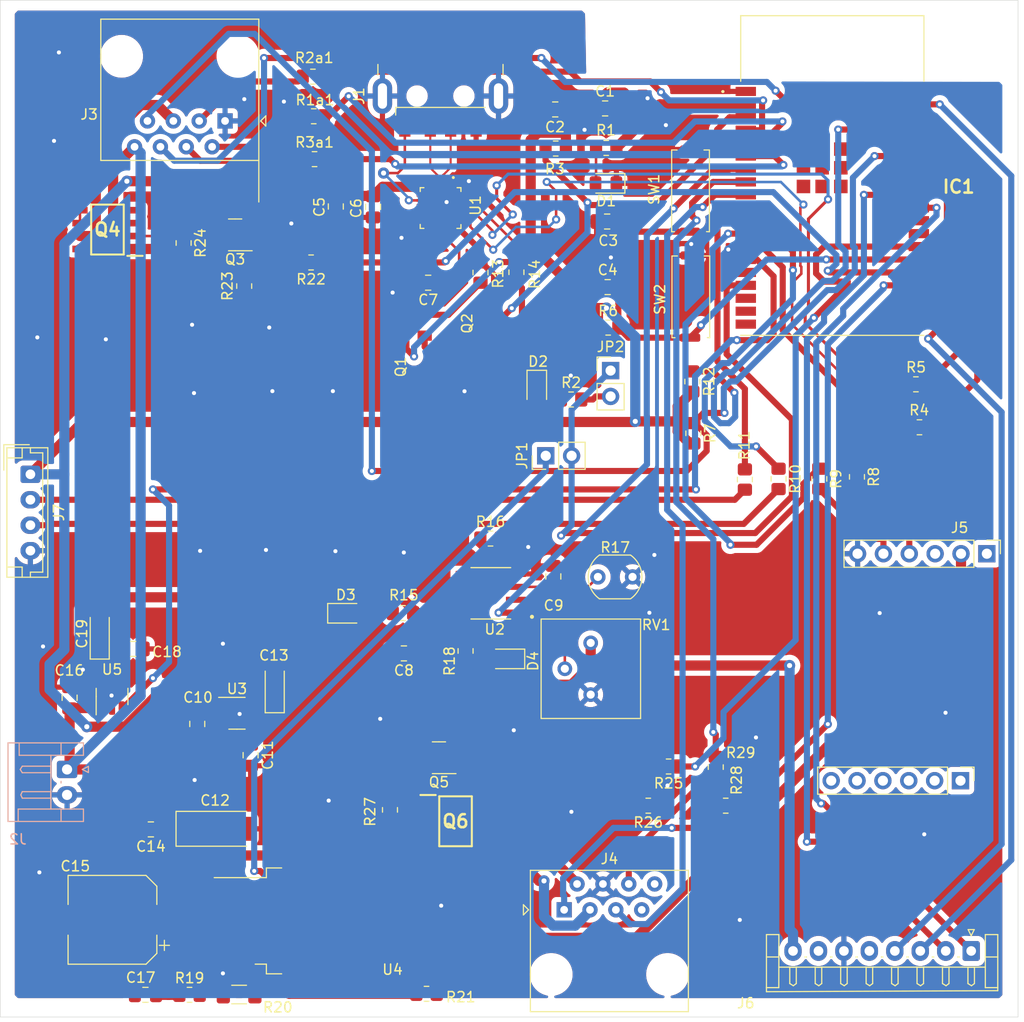
<source format=kicad_pcb>
(kicad_pcb (version 20211014) (generator pcbnew)
  (layers (0 "F.Cu" signal) (31 "B.Cu" signal) (34 "B.Paste" user) (35 "F.Paste" user) (36 "B.SilkS" user "B.Silkscreen") (37 "F.SilkS" user "F.Silkscreen") (38 "B.Mask" user) (39 "F.Mask" user) (44 "Edge.Cuts" user))
  (net 0 "")
  (net 1 "+3.3V")
  (net 2 "GND")
  (net 3 "/Acondicionamiento/RESET")
  (net 4 "/Acondicionamiento/GPIO0")
  (net 5 "Net-(C7-Pad1)")
  (net 6 "3.3Vop2")
  (net 7 "Net-(C9-Pad1)")
  (net 8 "+5V")
  (net 9 "Net-(C11-Pad1)")
  (net 10 "4.1V")
  (net 11 "Net-(C18-Pad1)")
  (net 12 "Net-(D1-Pad2)")
  (net 13 "Net-(D2-Pad2)")
  (net 14 "Net-(D3-Pad2)")
  (net 15 "/Acondicionamiento/LDR_IN")
  (net 16 "Net-(D4-Pad2)")
  (net 17 "/Acondicionamiento/LFT_stk")
  (net 18 "/Acondicionamiento/UP_stk")
  (net 19 "/Acondicionamiento/RHT_stk")
  (net 20 "/Acondicionamiento/Din_izq")
  (net 21 "/Acondicionamiento/VO_Inf")
  (net 22 "/Acondicionamiento/GPIO25")
  (net 23 "/Acondicionamiento/GPIO26")
  (net 24 "/Acondicionamiento/GPIO27")
  (net 25 "/Acondicionamiento/GPIO14")
  (net 26 "CtrlOnOff")
  (net 27 "Net-(IC1-Pad16)")
  (net 34 "/Acondicionamiento/Din_der")
  (net 35 "/Acondicionamiento/ctr_led_delantero")
  (net 36 "/Acondicionamiento/ctr_trasero")
  (net 39 "/Acondicionamiento/CS_RFID")
  (net 40 "/Acondicionamiento/SCK_RFID")
  (net 41 "/Acondicionamiento/MISO_RFID")
  (net 43 "/Acondicionamiento/SDA_PAN")
  (net 44 "Net-(IC1-Pad34)")
  (net 45 "Net-(IC1-Pad35)")
  (net 46 "/Acondicionamiento/SCL_PAN")
  (net 47 "/Acondicionamiento/MOSI_RFID")
  (net 58 "VBUS")
  (net 59 "/USB_UART/D-")
  (net 60 "/USB_UART/D+")
  (net 61 "Net-(J3-Pad2)")
  (net 62 "Net-(J3-Pad3)")
  (net 63 "Net-(J3-Pad4)")
  (net 64 "/luces delanteras/VCC_FRONT")
  (net 65 "Net-(J4-Pad1)")
  (net 66 "/Luces traseras/VCC_LEDS")
  (net 67 "/Luces traseras/VCC_INF")
  (net 68 "Net-(J4-Pad6)")
  (net 71 "/Acondicionamiento/TXGPS")
  (net 72 "/Acondicionamiento/RXGPS")
  (net 75 "/Acondicionamiento/RXSIM")
  (net 76 "/Acondicionamiento/TXSIM")
  (net 83 "ctrSIM")
  (net 84 "Net-(JP2-Pad2)")
  (net 85 "/USB_UART/DTR")
  (net 86 "Net-(Q1-Pad1)")
  (net 87 "/USB_UART/RTS")
  (net 88 "Net-(Q2-Pad1)")
  (net 89 "Net-(Q3-Pad1)")
  (net 90 "Net-(Q3-Pad3)")
  (net 93 "unconnected-(Q4-Pad5)")
  (net 94 "Net-(Q5-Pad1)")
  (net 95 "Net-(Q5-Pad3)")
  (net 96 "/Acondicionamiento/TXCP")
  (net 97 "/Acondicionamiento/RXCP")
  (net 98 "Net-(R19-Pad2)")
  (net 99 "Net-(RV1-Pad2)")
  (footprint "Resistor_SMD:R_0805_2012Metric_Pad1.20x1.40mm_HandSolder" (layer "F.Cu") (at 141.22 120.1 180)
    (fp_text reference "R26")
    (fp_text value "100k")
  )
  (footprint "Capacitor_SMD:C_0805_2012Metric_Pad1.18x1.45mm_HandSolder" (layer "F.Cu") (at 119.6025 68.73 180)
    (fp_text reference "C7")
    (fp_text value "4.7u")
  )
  (footprint "Capacitor_SMD:C_0805_2012Metric_Pad1.18x1.45mm_HandSolder" (layer "F.Cu") (at 84.38 109.4975 90)
    (fp_text reference "C16")
    (fp_text value "1u")
  )
  (footprint "Resistor_SMD:R_0805_2012Metric_Pad1.20x1.40mm_HandSolder" (layer "F.Cu") (at 123.275 104.9 -90)
    (fp_text reference "R18")
    (fp_text value "1K")
  )
  (footprint "Resistor_SMD:R_0805_2012Metric_Pad1.20x1.40mm_HandSolder" (layer "F.Cu") (at 119.44 138.58)
    (fp_text reference "R21")
    (fp_text value "470")
  )
  (footprint "Capacitor_SMD:C_0805_2012Metric_Pad1.18x1.45mm_HandSolder" (layer "F.Cu") (at 92.3625 122.43 180)
    (fp_text reference "C14")
    (fp_text value "1u")
  )
  (footprint "Package_TO_SOT_SMD:SOT-23-5" (layer "F.Cu") (at 100.82 111.0225)
    (fp_text reference "U3")
    (fp_text value "SPX3819M5-L-3-3")
  )
  (footprint "esp32:ESP32WROVERB8MB" (layer "F.Cu") (at 159.3 58.2)
    (fp_text reference "IC1")
    (fp_text value "ESP32-WROVER-B__8MB_" hide)
  )
  (footprint "Capacitor_SMD:CP_Elec_8x10.5" (layer "F.Cu") (at 88.59 131.31 180)
    (fp_text reference "C15")
    (fp_text value "330u")
  )
  (footprint "Connector_JST:JST_EH_B4B-EH-A_1x04_P2.50mm_Vertical" (layer "F.Cu") (at 80.53 87.55 -90)
    (fp_text reference "J7")
    (fp_text value "Conn_01x04")
  )
  (footprint "Capacitor_SMD:C_0805_2012Metric_Pad1.18x1.45mm_HandSolder" (layer "F.Cu") (at 117.2175 105.14 180)
    (fp_text reference "C8")
    (fp_text value "0.1u")
  )
  (footprint "Connector_PinHeader_2.54mm:PinHeader_1x02_P2.54mm_Vertical" (layer "F.Cu") (at 137.52 77.36)
    (fp_text reference "JP2")
    (fp_text value "Jumper_2_Bridged")
  )
  (footprint "Capacitor_SMD:C_0805_2012Metric_Pad1.18x1.45mm_HandSolder" (layer "F.Cu") (at 136.9825 51.61)
    (fp_text reference "C1")
    (fp_text value "22uF")
  )
  (footprint "BC847:SOT23" (layer "F.Cu") (at 118.16 73.93 -90)
    (fp_text reference "Q1")
    (fp_text value "BC847")
  )
  (footprint "Resistor_SMD:R_0805_2012Metric_Pad1.20x1.40mm_HandSolder" (layer "F.Cu") (at 117.125 101.18 180)
    (fp_text reference "R15")
    (fp_text value "1K")
  )
  (footprint "Resistor_SMD:R_0805_2012Metric_Pad1.20x1.40mm_HandSolder" (layer "F.Cu") (at 148.83 120.1)
    (fp_text reference "R28")
    (fp_text value "470")
  )
  (footprint "Resistor_SMD:R_0805_2012Metric_Pad1.20x1.40mm_HandSolder" (layer "F.Cu") (at 133.64 80.2)
    (fp_text reference "R2")
    (fp_text value "470")
  )
  (footprint "CP2104:QFN50P400X400X80-25N" (layer "F.Cu") (at 120.82 61.395 -90)
    (fp_text reference "U1")
    (fp_text value "~")
  )
  (footprint "Capacitor_Tantalum_SMD:CP_EIA-6032-28_Kemet-C_Pad2.25x2.35mm_HandSolder" (layer "F.Cu") (at 98.77 122.37)
    (fp_text reference "C12")
    (fp_text value "100u")
  )
  (footprint "Capacitor_SMD:C_0805_2012Metric_Pad1.18x1.45mm_HandSolder" (layer "F.Cu") (at 131.895 97.5825 90)
    (fp_text reference "C9")
    (fp_text value "0.1u")
  )
  (footprint "Capacitor_SMD:C_0805_2012Metric_Pad1.18x1.45mm_HandSolder" (layer "F.Cu") (at 91.83 138.68 180)
    (fp_text reference "C17")
    (fp_text value "100n")
  )
  (footprint "LED_SMD:LED_0805_2012Metric_Pad1.15x1.40mm_HandSolder" (layer "F.Cu") (at 130.27 79.195 -90)
    (fp_text reference "D2")
    (fp_text value "LED_HW")
  )
  (footprint "Resistor_SMD:R_0805_2012Metric_Pad1.20x1.40mm_HandSolder" (layer "F.Cu") (at 132.13 55.55)
    (fp_text reference "R3")
    (fp_text value "10k")
  )
  (footprint "Connector_JST:JST_EH_S8B-EH_1x08_P2.50mm_Horizontal" (layer "F.Cu") (at 172.94 134.37 180)
    (fp_text reference "J6")
    (fp_text value "Conn_01x08")
  )
  (footprint "Resistor_SMD:R_0805_2012Metric_Pad1.20x1.40mm_HandSolder" (layer "F.Cu") (at 128.27 67.7 -90)
    (fp_text reference "R14")
    (fp_text value "10k")
  )
  (footprint "DMP3056LSD:SOIC127P600X175-8N" (layer "F.Cu") (at 122.29 121.63)
    (fp_text reference "Q6")
    (fp_text value "DMP3056LSDQ-13" hide)
  )
  (footprint "Capacitor_SMD:C_0805_2012Metric_Pad1.18x1.45mm_HandSolder" (layer "F.Cu") (at 102.16 115.14 -90)
    (fp_text reference "C11")
    (fp_text value "10n")
  )
  (footprint "Resistor_SMD:R_0805_2012Metric_Pad1.20x1.40mm_HandSolder" (layer "F.Cu") (at 158.02 88 -90)
    (fp_text reference "R9")
    (fp_text value "470")
  )
  (footprint "Resistor_SMD:R_0805_2012Metric_Pad1.20x1.40mm_HandSolder" (layer "F.Cu") (at 150.7115 88.062 -90)
    (fp_text reference "R11")
    (fp_text value "470")
  )
  (footprint "Resistor_SMD:R_0805_2012Metric_Pad1.20x1.40mm_HandSolder" (layer "F.Cu") (at 125.725 93.86)
    (fp_text reference "R16")
    (fp_text value "10K")
  )
  (footprint "Resistor_SMD:R_0805_2012Metric_Pad1.20x1.40mm_HandSolder" (layer "F.Cu") (at 108.1 66.74 180)
    (fp_text reference "R22")
    (fp_text value "1k")
  )
  (footprint "PULSADOR:pulsador" (layer "F.Cu") (at 138.7732 70.5218 90)
    (fp_text reference "SW2")
    (fp_text value "SW_Boot")
  )
  (footprint "LED_SMD:LED_0805_2012Metric_Pad1.15x1.40mm_HandSolder" (layer "F.Cu") (at 137.065 58.97 180)
    (fp_text reference "D1")
    (fp_text value "LED_ON")
  )
  (footprint "Resistor_SMD:R_0805_2012Metric_Pad1.20x1.40mm_HandSolder" (layer "F.Cu") (at 167.51 78.71 180)
    (fp_text reference "R5")
    (fp_text value "470")
  )
  (footprint "Resistor_SMD:R_0805_2012Metric_Pad1.20x1.40mm_HandSolder" (layer "F.Cu") (at 108.28 48.49)
    (fp_text reference "R2a1")
    (fp_text value "1K")
  )
  (footprint "Resistor_SMD:R_0805_2012Metric_Pad1.20x1.40mm_HandSolder" (layer "F.Cu") (at 108.36 52.38)
    (fp_text reference "R1a1")
    (fp_text value "1K")
  )
  (footprint "PULSADOR:pulsador" (layer "F.Cu") (at 138.7432 60.1118 90)
    (fp_text reference "SW1")
    (fp_text value "SW_Reset")
  )
  (footprint "Resistor_SMD:R_0805_2012Metric_Pad1.20x1.40mm_HandSolder" (layer "F.Cu") (at 137.09 55.49 180)
    (fp_text reference "R1")
    (fp_text value "470")
  )
  (footprint "Resistor_SMD:R_0805_2012Metric_Pad1.20x1.40mm_HandSolder" (layer "F.Cu") (at 161.72 87.8 -90)
    (fp_text reference "R8")
    (fp_text value "470")
  )
  (footprint "Potentiometer_THT:Potentiometer_Bourns_3386P_Vertical" (layer "F.Cu") (at 135.565 104.11 180)
    (fp_text reference "RV1")
    (fp_text value "10K")
  )
  (footprint "Resistor_SMD:R_0805_2012Metric_Pad1.20x1.40mm_HandSolder" (layer "F.Cu") (at 124.74 67.73 -90)
    (fp_text reference "R13")
    (fp_text value "10k")
  )
  (footprint "LED_SMD:LED_0805_2012Metric_Pad1.15x1.40mm_HandSolder" (layer "F.Cu") (at 111.59 101.2)
    (fp_text reference "D3")
    (fp_text value "Power LED")
  )
  (footprint "Resistor_SMD:R_0805_2012Metric_Pad1.20x1.40mm_HandSolder" (layer "F.Cu") (at 95.58 64.83 -90)
    (fp_text reference "R24")
    (fp_text value "100k")
  )
  (footprint "Resistor_SMD:R_1206_3216Metric_Pad1.30x1.75mm_HandSolder" (layer "F.Cu") (at 101.03 138.65 180)
    (fp_text reference "R20")
    (fp_text value "43k")
  )
  (footprint "Capacitor_SMD:C_0805_2012Metric_Pad1.18x1.45mm_HandSolder" (layer "F.Cu") (at 114.19 61.2775 -90)
    (fp_text reference "C6")
    (fp_text value "100n")
  )
  (footprint "Resistor_SMD:R_0805_2012Metric_Pad1.20x1.40mm_HandSolder" (layer "F.Cu") (at 145.65 83.52 -90)
    (fp_text reference "R7")
    (fp_text value "4.7k")
  )
  (footprint "Connector_RJ:RJ45_Amphenol_54602-x08_Horizontal" (layer "F.Cu") (at 99.65 52.84 180)
    (fp_text reference "J3")
    (fp_text value "RJ45")
  )
  (footprint "Capacitor_SMD:C_0805_2012Metric_Pad1.18x1.45mm_HandSolder" (layer "F.Cu") (at 132.0825 51.71 180)
    (fp_text reference "C2")
    (fp_text value "0.1uF")
  )
  (footprint "Resistor_SMD:R_0805_2012Metric_Pad1.20x1.40mm_HandSolder" (layer "F.Cu") (at 137.28 73.14)
    (fp_text reference "R6")
    (fp_text value "10k")
  )
  (footprint "DMP3056LSD:SOIC127P600X175-8N" (layer "F.Cu") (at 88.1 63.51 180)
    (fp_text reference "Q4")
    (fp_text value "DMP3056LSDQ-13" hide)
  )
  (footprint "Capacitor_SMD:C_0805_2012Metric_Pad1.18x1.45mm_HandSolder" (layer "F.Cu") (at 110.53 61.2425 -90)
    (fp_text reference "C5")
    (fp_text value "10u")
  )
  (footprint "Connector_RJ:RJ45_Amphenol_54602-x08_Horizontal" (layer "F.Cu") (at 132.9575 130.33)
    (fp_text reference "J4")
    (fp_text value "RJ45")
  )
  (footprint "HUELLA SIM800L:sim800l" (layer "F.Cu") (at 163.05 101.64 -90)
    (fp_text reference "J5")
    (fp_text value "Conn_02x06_Counter_Clockwise")
  )
  (footprint "Capacitor_Tantalum_SMD:CP_EIA-3216-18_Kemet-A_Pad1.58x1.35mm_HandSolder" (layer "F.Cu") (at 104.53 108.4825 90)
    (fp_text reference "C13")
    (fp_text value "1U")
  )
  (footprint "BC847:SOT23" (layer "F.Cu") (at 125.97 74 90)
    (fp_text reference "Q2")
    (fp_text value "BC847")
  )
  (footprint "OptoDevice:R_LDR_5.1x4.3mm_P3.4mm_Vertical" (layer "F.Cu") (at 136.275 97.63)
    (fp_text reference "R17")
    (fp_text value "LDR07")
  )
  (footprint "Resistor_SMD:R_0805_2012Metric_Pad1.20x1.40mm_HandSolder" (layer "F.Cu") (at 108.44 56.59)
    (fp_text reference "R3a1")
    (fp_text value "1K")
  )
  (footprint "Package_TO_SOT_SMD:TO-263-5_TabPin3" (layer "F.Cu") (at 106.66 131.415)
    (fp_text reference "U4")
    (fp_text value "MIC29302WU")
  )
  (footprint "LED_SMD:LED_0805_2012Metric_Pad1.15x1.40mm_HandSolder" (layer "F.Cu") (at 127.2225 105.68 180)
    (fp_text reference "D4")
    (fp_text value "Detection LED")
  )
  (footprint "Resistor_SMD:R_0805_2012Metric_Pad1.20x1.40mm_HandSolder" (layer "F.Cu") (at 101.53 69.06 90)
    (fp_text reference "R23")
    (fp_text value "100k")
  )
  (footprint "Resistor_SMD:R_0805_2012Metric_Pad1.20x1.40mm_HandSolder" (layer "F.Cu") (at 145.5484 78.44 -90)
    (fp_text reference "R12")
    (fp_text value "4.7k")
  )
  (footprint "Package_TO_SOT_SMD:SOT-23-5" (layer "F.Cu") (at 88.55 109.3725 90)
    (fp_text reference "U5")
    (fp_text value "MIC5219-3.3YM5")
  )
  (footprint "Connector_PinHeader_2.54mm:PinHeader_1x02_P2.54mm_Vertical" (layer "F.Cu") (at 131.15 85.73 90)
    (fp_text reference "JP1")
    (fp_text value "Jumper_2_Open")
  )
  (footprint "Package_TO_SOT_SMD:SOT-23" (layer "F.Cu") (at 120.66 115.39 180)
    (fp_text reference "Q5")
    (fp_text value "BSS138")
  )
  (footprint "Connector_USB:USB_A_CNCTech_1001-011-01101_Horizontal" (layer "F.Cu") (at 120.81 43.49 90)
    (fp_text reference "J1")
    (fp_text value "USB_A")
  )
  (footprint "Resistor_SMD:R_0805_2012Metric_Pad1.20x1.40mm_HandSolder" (layer "F.Cu") (at 115.85 120.51 90)
    (fp_text reference "R27")
    (fp_text value "100k")
  )
  (footprint "Capacitor_SMD:C_0805_2012Metric_Pad1.18x1.45mm_HandSolder" (layer "F.Cu") (at 137.1825 62.72)
    (fp_text reference "C3")
    (fp_text value "0.1uF")
  )
  (footprint "Capacitor_SMD:C_0805_2012Metric_Pad1.18x1.45mm_HandSolder" (layer "F.Cu") (at 90.6225 104.7)
    (fp_text reference "C18")
    (fp_text value "470p")
  )
  (footprint "Package_TO_SOT_SMD:SOT-23" (layer "F.Cu") (at 100.64 64.03 180)
    (fp_text reference "Q3")
    (fp_text value "BSS138")
  )
  (footprint "Resistor_SMD:R_0805_2012Metric_Pad1.20x1.40mm_HandSolder" (layer "F.Cu") (at 154.02 88 -90)
    (fp_text reference "R10")
    (fp_text value "470")
  )
  (footprint "Capacitor_Tantalum_SMD:CP_EIA-3216-18_Kemet-A_Pad1.58x1.35mm_HandSolder" (layer "F.Cu") (at 87.34 103.2125 90)
    (fp_text reference "C19")
    (fp_text value "2.2u")
  )
  (footprint "Resistor_SMD:R_0805_2012Metric_Pad1.20x1.40mm_HandSolder" (layer "F.Cu") (at 147.85 116.31 90)
    (fp_text reference "R29")
    (fp_text value "470")
  )
  (footprint "Resistor_SMD:R_0805_2012Metric_Pad1.20x1.40mm_HandSolder" (layer "F.Cu") (at 167.86 82.93 180)
    (fp_text reference "R4")
    (fp_text value "470")
  )
  (footprint "Capacitor_SMD:C_0805_2012Metric_Pad1.18x1.45mm_HandSolder" (layer "F.Cu") (at 137.2325 69.16)
    (fp_text reference "C4")
    (fp_text value "0.1u")
  )
  (footprint "Resistor_SMD:R_0805_2012Metric_Pad1.20x1.40mm_HandSolder" (layer "F.Cu") (at 143.22 116.25 180)
    (fp_text reference "R25")
    (fp_text value "1k")
  )
  (footprint "Capacitor_SMD:C_0805_2012Metric_Pad1.18x1.45mm_HandSolder" (layer "F.Cu") (at 96.92 112.07 -90)
    (fp_text reference "C10")
    (fp_text value "1u")
  )
  (footprint "Resistor_SMD:R_0805_2012Metric_Pad1.20x1.40mm_HandSolder" (layer "F.Cu") (at 96.16 138.68)
    (fp_text reference "R19")
    (fp_text value "100k")
  )
  (footprint "LM358DR:SOIC127P599X175-8N" (layer "F.Cu") (at 125.755 99.24 180)
    (fp_text reference "U2")
    (fp_text value "LM358")
  )
  (footprint "Connector_JST:JST_EH_S2B-EH_1x02_P2.50mm_Horizontal" (layer "B.Cu") (at 84.13 116.54 -90)
    (fp_text reference "J2")
    (fp_text value "Conn_01x02")
  )
  (gr_rect (start 177.5428 140.8576) (end 77.5684 40.9848) (layer "Edge.Cuts") (width 0.05) (fill none))
  (segment (start 120.03048 58.72) (end 120.03048 59.44) (width 0.23) (layer "F.Cu") (net 1))
  (segment (start 118.81548 60.09548) (end 118.865 60.09548) (width 0.25) (layer "F.Cu") (net 1))
  (segment (start 110.53 60.205) (end 114.155 60.205) (width 1) (layer "F.Cu") (net 1))
  (segment (start 136.28 71.2202) (end 137.1134 71.2202) (width 1) (layer "F.Cu") (net 1))
  (segment (start 115.12 59.31) (end 118.03 59.31) (width 1) (layer "F.Cu") (net 1))
  (segment (start 135.91 71.2202) (end 136.28 71.2202) (width 1) (layer "F.Cu") (net 1))
  (segment (start 144.1144 83.3429) (end 144.1144 82.3517) (width 1) (layer "F.Cu") (net 1))
  (segment (start 145.2915 84.52) (end 144.1144 83.3429) (width 1) (layer "F.Cu") (net 1))
  (segment (start 133.13 54.0102) (end 133.12 54.0002) (width 1) (layer "F.Cu") (net 1))
  (segment (start 135.945 51.61) (end 135.945 51.319) (width 1) (layer "F.Cu") (net 1))
  (segment (start 104.53 109.92) (end 102.11 109.92) (width 1) (layer "F.Cu") (net 1))
  (segment (start 142.37 51.21) (end 150.8 51.21) (width 1) (layer "F.Cu") (net 1))
  (segment (start 119.44 59.31) (end 118.03 59.31) (width 0.25) (layer "F.Cu") (net 1))
  (segment (start 85.67 82.41) (end 80.53 87.55) (width 1) (layer "F.Cu") (net 1))
  (segment (start 138.8359 50.0577) (end 141.1791 52.4009) (width 1) (layer "F.Cu") (net 1))
  (segment (start 139.9449 82.3517) (end 144.1144 82.3517) (width 1) (layer "F.Cu") (net 1))
  (segment (start 102.11 109.92) (end 101.9575 110.0725) (width 1) (layer "F.Cu") (net 1))
  (segment (start 133.12 54.0002) (end 130.3793 54.0002) (width 1) (layer "F.Cu") (net 1))
  (segment (start 100.4617 108.5767) (end 93.5992 108.5767) (width 1) (layer "F.Cu") (net 1))
  (segment (start 145.65 84.52) (end 145.2915 84.52) (width 1) (layer "F.Cu") (net 1))
  (segment (start 139.9449 82.3517) (end 139.8866 82.41) (width 1) (layer "F.Cu") (net 1))
  (segment (start 114.155 60.205) (end 114.19 60.24) (width 1) (layer "F.Cu") (net 1))
  (segment (start 144.1144 82.3517) (end 144.1144 80.874) (width 1) (layer "F.Cu") (net 1))
  (segment (start 119.57 59.44) (end 119.57 58.75) (width 0.23) (layer "F.Cu") (net 1))
  (segment (start 119.57 59.44) (end 119.44 59.31) (width 0.25) (layer "F.Cu") (net 1))
  (segment (start 90.0049 58.7596) (end 109.0846 58.7596) (width 1) (layer "F.Cu") (net 1))
  (segment (start 119.57 58.75) (end 119.6 58.72) (width 0.23) (layer "F.Cu") (net 1))
  (segment (start 135.845 51.71) (end 135.945 51.61) (width 1) (layer "F.Cu") (net 1))
  (segment (start 137.2063 50.0577) (end 138.8359 50.0577) (width 1) (layer "F.Cu") (net 1))
  (segment (start 133.12 51.71) (end 135.845 51.71) (width 1) (layer "F.Cu") (net 1))
  (segment (start 114.19 60.24) (end 115.12 59.31) (width 1) (layer "F.Cu") (net 1))
  (segment (start 109.0846 58.7596) (end 110.53 60.205) (width 1) (layer "F.Cu") (net 1))
  (segment (start 93.5992 108.5767) (end 89.8323 112.3436) (width 1) (layer "F.Cu") (net 1))
  (segment (start 139.8866 82.41) (end 85.67 82.41) (width 1) (layer "F.Cu") (net 1))
  (segment (start 130.3793 54.0002) (end 129.6704 54.7091) (width 1) (layer "F.Cu") (net 1))
  (segment (start 141.1791 52.4009) (end 142.37 51.21) (width 1) (layer "F.Cu") (net 1))
  (segment (start 138.09 55.49) (end 141.1791 52.4009) (width 1) (layer "F.Cu") (net 1))
  (segment (start 89.8323 112.3436) (end 86.0679 112.3436) (width 1) (layer "F.Cu") (net 1))
  (segment (start 118.03 59.31) (end 118.81548 60.09548) (width 0.25) (layer "F.Cu") (net 1))
  (segment (start 101.9575 110.0725) (end 100.4617 108.5767) (width 1) (layer "F.Cu") (net 1))
  (segment (start 119.6 58.72) (end 120.03048 58.72) (width 0.23) (layer "F.Cu") (net 1))
  (segment (start 133.12 54.0002) (end 133.12 51.71) (width 1) (layer "F.Cu") (net 1))
  (segment (start 135.945 51.319) (end 137.2063 50.0577) (width 1) (layer "F.Cu") (net 1))
  (segment (start 136.28 73.14) (end 136.28 71.2202) (width 1) (layer "F.Cu") (net 1))
  (segment (start 129.6704 54.7091) (end 129.6704 64.9806) (width 1) (layer "F.Cu") (net 1))
  (segment (start 133.13 55.55) (end 133.13 54.0102) (width 1) (layer "F.Cu") (net 1))
  (segment (start 144.1144 80.874) (end 145.5484 79.44) (width 1) (layer "F.Cu") (net 1))
  (segment (start 129.6704 64.9806) (end 135.91 71.2202) (width 1) (layer "F.Cu") (net 1))
  (via (at 86.0679 112.3436) (size 1.1) (drill 0.5) (layers "F.Cu" "B.Cu") (net 1))
  (via (at 90.0049 58.7596) (size 1.1) (drill 0.5) (layers "F.Cu" "B.Cu") (net 1))
  (via (at 139.9449 82.3517) (size 1.1) (drill 0.5) (layers "F.Cu" "B.Cu") (net 1))
  (via (at 137.1134 71.2202) (size 1.1) (drill 0.5) (layers "F.Cu" "B.Cu") (net 1))
  (segment (start 139.9449 74.0517) (end 137.1134 71.2202) (width 1) (layer "B.Cu") (net 1))
  (segment (start 83.8615 87.55) (end 83.8615 64.903) (width 1) (layer "B.Cu") (net 1))
  (segment (start 83.8615 87.55) (end 80.53 87.55) (width 1) (layer "B.Cu") (net 1))
  (segment (start 83.8615 104.765557) (end 83.8615 87.55) (width 1) (layer "B.Cu") (net 1))
  (segment (start 83.8615 64.903) (end 90.0049 58.7596) (width 1) (layer "B.Cu") (net 1))
  (segment (start 82.41 106.217057) (end 83.8615 104.765557) (width 1) (layer "B.Cu") (net 1))
  (segment (start 139.9449 82.3517) (end 139.9449 74.0517) (width 1) (layer "B.Cu") (net 1))
  (segment (start 86.0679 112.3436) (end 82.41 108.6857) (width 1) (layer "B.Cu") (net 1))
  (segment (start 82.41 108.6857) (end 82.41 106.217057) (width 1) (layer "B.Cu") (net 1))
  (segment (start 122 58) (end 121.57 58.43) (width 0.25) (layer "F.Cu") (net 2))
  (segment (start 88.5 110.46) (end 88.55 110.51) (width 0.3) (layer "F.Cu") (net 2))
  (segment (start 123 58) (end 122 58) (width 0.25) (layer "F.Cu") (net 2))
  (segment (start 99.44 136.57) (end 99.44 138.61) (width 0.25) (layer "F.Cu") (net 2))
  (segment (start 99.44 138.61) (end 99.48 138.65) (width 0.25) (layer "F.Cu") (net 2))
  (segment (start 123.6 58.75) (end 123.6 58.6) (width 0.25) (layer "F.Cu") (net 2))
  (segment (start 123.6 58.6) (end 123 58) (width 0.25) (layer "F.Cu") (net 2))
  (segment (start 101.08 111.09) (end 99.75 111.09) (width 0.25) (layer "F.Cu") (net 2))
  (segment (start 88.5 109.28) (end 88.5 110.46) (width 0.3) (layer "F.Cu") (net 2))
  (segment (start 99.75 111.09) (end 99.6825 111.0225) (width 0.25) (layer "F.Cu") (net 2))
  (segment (start 121.57 58.43) (end 121.57 59.44) (width 0.25) (layer "F.Cu") (net 2))
  (via (at 145.44 64.93) (size 0.8) (drill 0.4) (layers "F.Cu" "B.Cu") (net 2))
  (via (at 88.5 109.28) (size 0.8) (drill 0.4) (layers "F.Cu" "B.Cu") (net 2))
  (via (at 163.95 101.18) (size 0.8) (drill 0.4) (layers "F.Cu" "B.Cu") (net 2))
  (via (at 110.49 95.1) (size 0.8) (drill 0.4) (layers "F.Cu" "B.Cu") (net 2))
  (via (at 150.21 131.32) (size 0.8) (drill 0.4) (layers "F.Cu" "B.Cu") (net 2))
  (via (at 81.41 126.65) (size 0.8) (drill 0.4) (layers "F.Cu" "B.Cu") (net 2))
  (via (at 128.01 112.69) (size 0.8) (drill 0.4) (layers "F.Cu" "B.Cu") (net 2))
  (via (at 105.43 50.94) (size 0.8) (drill 0.4) (layers "F.Cu" "B.Cu") (net 2))
  (via (at 133.67 120.7) (size 0.8) (drill 0.4) (layers "F.Cu" "B.Cu") (net 2))
  (via (at 96.66 117.58) (size 0.8) (drill 0.4) (layers "F.Cu" "B.Cu") (net 2))
  (via (at 170.42 110.97) (size 0.8) (drill 0.4) (layers "F.Cu" "B.Cu") (net 2))
  (via (at 96.6 79.57) (size 0.8) (drill 0.4) (layers "F.Cu" "B.Cu") (net 2))
  (via (at 120.88 129.92) (size 0.8) (drill 0.4) (layers "F.Cu" "B.Cu") (net 2))
  (via (at 149.08 65.47) (size 0.8) (drill 0.4) (layers "F.Cu" "B.Cu") (net 2))
  (via (at 106.16 62.91) (size 0.8) (drill 0.4) (layers "F.Cu" "B.Cu") (net 2))
  (via (at 83.33 46.11) (size 0.8) (drill 0.4) (layers "F.Cu" "B.Cu") (net 2))
  (via (at 168.33 122.91) (size 0.8) (drill 0.4) (layers "F.Cu" "B.Cu") (net 2))
  (via (at 116.98 64.32) (size 0.8) (drill 0.4) (layers "F.Cu" "B.Cu") (net 2))
  (via (at 137.55 66.25) (size 0.8) (drill 0.4) (layers "F.Cu" "B.Cu") (net 2))
  (via (at 143.11 118.12) (size 0.8) (drill 0.4) (layers "F.Cu" "B.Cu") (net 2))
  (via (at 121.41 60.81) (size 0.8) (drill 0.4) (layers "F.Cu" "B.Cu") (net 2))
  (via (at 99.44 136.57) (size 0.8) (drill 0.4) (layers "F.Cu" "B.Cu") (net 2))
  (via (at 99.44 104.19) (size 0.8) (drill 0.4) (layers "F.Cu" "B.Cu") (net 2))
  (via (at 81.21 74.1) (size 0.8) (drill 0.4) (layers "F.Cu" "B.Cu") (net 2))
  (via (at 103.67 94.98) (size 0.8) (drill 0.4) (layers "F.Cu" "B.Cu") (net 2))
  (via (at 134.96 53.71) (size 0.8) (drill 0.4) (layers "F.Cu" "B.Cu") (net 2))
  (via (at 82.85 54.8) (size 0.8) (drill 0.4) (layers "F.Cu" "B.Cu") (net 2))
  (via (at 85.68 106.74) (size 0.8) (drill 0.4) (layers "F.Cu" "B.Cu") (net 2))
  (via (at 117.21 95.23) (size 0.8) (drill 0.4) (layers "F.Cu" "B.Cu") (net 2))
  (via (at 87.94 74.29) (size 0.8) (drill 0.4) (layers "F.Cu" "B.Cu") (net 2))
  (via (at 101.54 50.7) (size 0.8) (drill 0.4) (layers "F.Cu" "B.Cu") (net 2))
  (via (at 101.08 111.09) (size 0.8) (drill 0.4) (layers "F.Cu" "B.Cu") (net 2))
  (via (at 141.33 101.15) (size 0.8) (drill 0.4) (layers "F.Cu" "B.Cu") (net 2))
  (via (at 104.3 79.38) (size 0.8) (drill 0.4) (layers "F.Cu" "B.Cu") (net 2))
  (via (at 116.11 69.7) (size 0.8) (drill 0.4) (layers "F.Cu" "B.Cu") (net 2))
  (via (at 109.83 119.6) (size 0.8) (drill 0.4) (layers "F.Cu" "B.Cu") (net 2))
  (via (at 96.41 72.86) (size 0.8) (drill 0.4) (layers "F.Cu" "B.Cu") (net 2))
  (via (at 123.17 79.39) (size 0.8) (drill 0.4) (layers "F.Cu" "B.Cu") (net 2))
  (via (at 97.2 95.07) (size 0.8) (drill 0.4) (layers "F.Cu" "B.Cu") (net 2))
  (via (at 129.43 94.69) (size 0.8) (drill 0.4) (layers "F.Cu" "B.Cu") (net 2))
  (via (at 123.6 58.75) (size 0.8) (drill 0.4) (layers "F.Cu" "B.Cu") (net 2))
  (via (at 81.77 104.46) (size 0.8) (drill 0.4) (layers "F.Cu" "B.Cu") (net 2))
  (via (at 141.15 50.61) (size 0.8) (drill 0.4) (layers "F.Cu" "B.Cu") (net 2))
  (via (at 103.99 73.13) (size 0.8) (drill 0.4) (layers "F.Cu" "B.Cu") (net 2))
  (via (at 133.61 77.85) (size 0.8) (drill 0.4) (layers "F.Cu" "B.Cu") (net 2))
  (via (at 142.95 53.25) (size 0.8) (drill 0.4) (layers "F.Cu" "B.Cu") (net 2))
  (via (at 141.82 95.47) (size 0.8) (drill 0.4) (layers "F.Cu" "B.Cu") (net 2))
  (via (at 110.24 79.38) (size 0.8) (drill 0.4) (layers "F.Cu" "B.Cu") (net 2))
  (via (at 114.89 111.57) (size 0.8) (drill 0.4) (layers "F.Cu" "B.Cu") (net 2))
  (via (at 151.8 113.4) (size 0.8) (drill 0.4) (layers "F.Cu" "B.Cu") (net 2))
  (segment (start 149.411982 63.0667) (end 147.3033 63.0667) (width 0.3) (layer "B.Cu") (net 2))
  (segment (start 88.5 109.28) (end 88.22 109.28) (width 0.3) (layer "B.Cu") (net 2))
  (segment (start 88.22 109.28) (end 85.68 106.74) (width 0.3) (layer "B.Cu") (net 2))
  (segment (start 149.08 65.47) (end 149.9099 64.6401) (width 0.3) (layer "B.Cu") (net 2))
  (segment (start 147.3033 63.0667) (end 145.44 64.93) (width 0.3) (layer "B.Cu") (net 2))
  (segment (start 149.9099 64.6401) (end 149.9099 63.564618) (width 0.3) (layer "B.Cu") (net 2))
  (segment (start 149.9099 63.564618) (end 149.411982 63.0667) (width 0.3) (layer "B.Cu") (net 2))
  (segment (start 139.2186 63.7186) (end 145.2964 63.7186) (width 0.6) (layer "F.Cu") (net 3))
  (segment (start 135.4981 61.1004) (end 135.252 60.8543) (width 0.6) (layer "F.Cu") (net 3))
  (segment (start 131.13 55.55) (end 131.13 56.7323) (width 0.6) (layer "F.Cu") (net 3))
  (segment (start 138.22 61.1004) (end 138.22 62.72) (width 0.6) (layer "F.Cu") (net 3))
  (segment (start 142.0343 61.1004) (end 138.22 61.1004) (width 0.6) (layer "F.Cu") (net 3))
  (segment (start 127.07 73.05) (end 127.07 71.9497) (width 0.6) (layer "F.Cu") (net 3))
  (segment (start 138.22 61.1004) (end 135.4981 61.1004) (width 0.6) (layer "F.Cu") (net 3))
  (segment (start 131.13 56.7323) (end 135.252 60.8543) (width 0.6) (layer "F.Cu") (net 3))
  (segment (start 147.9873 55.1474) (end 142.0343 61.1004) (width 0.6) (layer "F.Cu") (net 3))
  (segment (start 138.22 62.72) (end 139.2186 63.7186) (width 0.6) (layer "F.Cu") (net 3))
  (segment (start 147.9873 53.6924) (end 147.9873 55.1474) (width 0.6) (layer "F.Cu") (net 3))
  (segment (start 150.8 52.48) (end 149.1997 52.48) (width 0.6) (layer "F.Cu") (net 3))
  (segment (start 127.0952 71.9497) (end 127.8132 71.2317) (width 0.6) (layer "F.Cu") (net 3))
  (segment (start 127.07 71.9497) (end 127.0952 71.9497) (width 0.6) (layer "F.Cu") (net 3))
  (segment (start 149.1997 52.48) (end 147.9873 53.6924) (width 0.6) (layer "F.Cu") (net 3))
  (via (at 135.252 60.8543) (size 0.8) (drill 0.4) (layers "F.Cu" "B.Cu") (net 3))
  (via (at 127.8132 71.2317) (size 0.8) (drill 0.4) (layers "F.Cu" "B.Cu") (net 3))
  (segment (start 135.2519 60.8543) (end 135.252 60.8543) (width 0.6) (layer "B.Cu") (net 3))
  (segment (start 135.2519 63.793) (end 135.2519 60.8543) (width 0.6) (layer "B.Cu") (net 3))
  (segment (start 127.8132 71.2317) (end 135.2519 63.793) (width 0.6) (layer "B.Cu") (net 3))
  (segment (start 119.26 73.93) (end 119.26 75.0303) (width 0.6) (layer "F.Cu") (net 4))
  (segment (start 135.4933 76.0503) (end 120.28 76.0503) (width 0.6) (layer "F.Cu") (net 4))
  (segment (start 138.3418 73.2018) (end 135.4933 76.0503) (width 0.6) (layer "F.Cu") (net 4))
  (segment (start 146.3987 72.9011) (end 146.3987 73.0563) (width 0.6) (layer "F.Cu") (net 4))
  (segment (start 138.28 73.14) (end 138.3418 73.2018) (width 0.6) (layer "F.Cu") (net 4))
  (segment (start 146.3987 73.0563) (end 145.3264 74.1286) (width 0.6) (layer "F.Cu") (net 4))
  (segment (start 167.8 66.45) (end 158.7027 66.45) (width 0.6) (layer "F.Cu") (net 4))
  (segment (start 138.28 69.17) (end 138.28 73.14) (width 0.6) (layer "F.Cu") (net 4))
  (segment (start 138.27 69.16) (end 138.28 69.17) (width 0.6) (layer "F.Cu") (net 4))
  (segment (start 120.28 76.0503) (end 119.26 75.0303) (width 0.6) (layer "F.Cu") (net 4))
  (segment (start 139.2686 74.1286) (end 145.3264 74.1286) (width 0.6) (layer "F.Cu") (net 4))
  (segment (start 138.3418 73.2018) (end 139.2686 74.1286) (width 0.6) (layer "F.Cu") (net 4))
  (via (at 158.7027 66.45) (size 0.8) (drill 0.4) (layers "F.Cu" "B.Cu") (net 4))
  (via (at 146.3987 72.9011) (size 0.8) (drill 0.4) (layers "F.Cu" "B.Cu") (net 4))
  (segment (start 146.3987 72.9011) (end 152.8498 66.45) (width 0.6) (layer "B.Cu") (net 4))
  (segment (start 152.8498 66.45) (end 158.7027 66.45) (width 0.6) (layer "B.Cu") (net 4))
  (segment (start 121.07 63.35) (end 121.07 64.0804) (width 0.25) (layer "F.Cu") (net 5))
  (segment (start 122.6423 65.6527) (end 122.6423 67.153) (width 0.25) (layer "F.Cu") (net 5))
  (segment (start 121.0653 68.73) (end 120.64 68.73) (width 0.25) (layer "F.Cu") (net 5))
  (segment (start 121.07 64.0804) (end 122.6423 65.6527) (width 0.25) (layer "F.Cu") (net 5))
  (segment (start 122.6423 67.153) (end 121.0653 68.73) (width 0.25) (layer "F.Cu") (net 5))
  (segment (start 125.52 95.04) (end 125.52 100.0963) (width 1) (layer "F.Cu") (net 6))
  (segment (start 123.285 101.145) (end 123.275 101.155) (width 1) (layer "F.Cu") (net 6))
  (segment (start 124.4713 101.145) (end 123.285 101.145) (width 1) (layer "F.Cu") (net 6))
  (segment (start 135.565 104.11) (end 135.565 106.3325) (width 1) (layer "F.Cu") (net 6))
  (segment (start 125.52 100.0963) (end 124.4713 101.145) (width 1) (layer "F.Cu") (net 6))
  (segment (start 87.0338 99.6297) (end 85.8141 100.8494) (width 1) (layer "F.Cu") (net 6))
  (segment (start 123.275 101.18) (end 123.275 103.9) (width 1) (layer "F.Cu") (net 6))
  (segment (start 123.275 101.155) (end 123.275 101.18) (width 1) (layer "F.Cu") (net 6))
  (segment (start 135.565 106.3325) (end 133.6786 108.2189) (width 1) (layer "F.Cu") (net 6))
  (segment (start 119.495 103.9) (end 123.275 103.9) (width 1) (layer "F.Cu") (net 6))
  (segment (start 121.3339 108.2189) (end 118.255 105.14) (width 1) (layer "F.Cu") (net 6))
  (segment (start 124.725 94.245) (end 125.52 95.04) (width 1) (layer "F.Cu") (net 6))
  (segment (start 118.125 101.18) (end 123.275 101.18) (width 1) (layer "F.Cu") (net 6))
  (segment (start 118.255 105.14) (end 119.495 103.9) (width 1) (layer "F.Cu") (net 6))
  (segment (start 85.8141 100.8494) (end 85.8141 103.1241) (width 1) (layer "F.Cu") (net 6))
  (segment (start 87.6 108.235) (end 87.34 107.975) (width 1) (layer "F.Cu") (net 6))
  (segment (start 87.34 107.975) (end 87.34 104.65) (width 1) (layer "F.Cu") (net 6))
  (segment (start 135.565 106.3325) (end 155.1001 106.3325) (width 1) (layer "F.Cu") (net 6))
  (segment (start 133.6786 108.2189) (end 121.3339 108.2189) (width 1) (layer "F.Cu") (net 6))
  (segment (start 118.125 101.18) (end 118.125 100.8334) (width 1) (layer "F.Cu") (net 6))
  (segment (start 118.125 100.8334) (end 116.9213 99.6297) (width 1) (layer "F.Cu") (net 6))
  (segment (start 85.8141 103.1241) (end 87.34 104.65) (width 1) (layer "F.Cu") (net 6))
  (segment (start 116.9213 99.6297) (end 87.0338 99.6297) (width 1) (layer "F.Cu") (net 6))
  (segment (start 124.725 93.86) (end 124.725 94.245) (width 1) (layer "F.Cu") (net 6))
  (via (at 155.1001 106.3325) (size 1.1) (drill 0.5) (layers "F.Cu" "B.Cu") (net 6))
  (segment (start 155.1001 132.2548) (end 155.1001 106.3325) (width 1) (layer "B.Cu") (net 6))
  (segment (start 155.44 134.37) (end 155.44 132.5947) (width 1) (layer "B.Cu") (net 6))
  (segment (start 155.44 132.5947) (end 155.1001 132.2548) (width 1) (layer "B.Cu") (net 6))
  (segment (start 126.725 93.86) (end 126.725 97.5939) (width 0.25) (layer "F.Cu") (net 7))
  (segment (start 131.88 98.605) (end 131.895 98.62) (width 0.25) (layer "F.Cu") (net 7))
  (segment (start 136.275 97.63) (end 135.285 98.62) (width 0.25) (layer "F.Cu") (net 7))
  (segment (start 135.285 98.62) (end 131.895 98.62) (width 0.25) (layer "F.Cu") (net 7))
  (segment (start 128.225 98.605) (end 131.88 98.605) (width 0.25) (layer "F.Cu") (net 7))
  (segment (start 127.7361 98.605) (end 128.225 98.605) (width 0.25) (layer "F.Cu") (net 7))
  (segment (start 126.725 97.5939) (end 127.7361 98.605) (width 0.25) (layer "F.Cu") (net 7))
  (segment (start 121.1403 122.8785) (end 121.1403 124.265) (width 1) (layer "F.Cu") (net 8))
  (segment (start 97.7846 125.2241) (end 97.7846 123.9946) (width 1) (layer "F.Cu") (net 8))
  (segment (start 90.8 65.415) (end 89.2497 65.415) (width 1) (layer "F.Cu") (net 8))
  (segment (start 96.6338 111.0325) (end 96.92 111.0325) (width 1) (layer "F.Cu") (net 8))
  (segment (start 119.59 122.265) (end 120.3652 122.265) (width 1) (layer "F.Cu") (net 8))
  (segment (start 88.6546 64.8199) (end 89.2497 65.415) (width 1) (layer "F.Cu") (net 8))
  (segment (start 88.0738 116.8264) (end 87.727 116.8264) (width 1) (layer "F.Cu") (net 8))
  (segment (start 88.6546 57.4854) (end 88.6546 64.8199) (width 1) (layer "F.Cu") (net 8))
  (segment (start 98.398 112.1235) (end 97.307 111.0325) (width 1) (layer "F.Cu") (net 8))
  (segment (start 96.92 111.0325) (end 98.031 109.9215) (width 1) (layer "F.Cu") (net 8))
  (segment (start 95.165 65.415) (end 95.58 65.83) (width 1) (layer "F.Cu") (net 8))
  (segment (start 120.5268 122.265) (end 121.1403 122.265) (width 1) (layer "F.Cu") (net 8))
  (segment (start 115.85 119.51) (end 117.8247 119.51) (width 1) (layer "F.Cu") (net 8))
  (segment (start 97.7846 123.9946) (end 96.22 122.43) (width 1) (layer "F.Cu") (net 8))
  (segment (start 97.307 111.0325) (end 96.92 111.0325) (width 1) (layer "F.Cu") (net 8))
  (segment (start 99.5315 109.9215) (end 99.6825 110.0725) (width 0.601) (layer "F.Cu") (net 8))
  (segment (start 84.38 116.29) (end 84.38 110.535) (width 1) (layer "F.Cu") (net 8))
  (segment (start 90.8 65.415) (end 95.165 65.415) (width 1) (layer "F.Cu") (net 8))
  (segment (start 98.031 109.9215) (end 99.5315 109.9215) (width 1) (layer "F.Cu") (net 8))
  (segment (start 120.5268 122.265) (end 121.1403 122.8785) (width 1) (layer "F.Cu") (net 8))
  (segment (start 87.449 110.51) (end 87.6 110.51) (width 0.601) (layer "F.Cu") (net 8))
  (segment (start 87.4406 116.54) (end 84.13 116.54) (width 1) (layer "F.Cu") (net 8))
  (segment (start 93.4 122.43) (end 93.4 122.1526) (width 1) (layer "F.Cu") (net 8))
  (segment (start 99.6825 112.1235) (end 99.6825 111.9725) (width 0.601) (layer "F.Cu") (net 8))
  (segment (start 84.405 110.51) (end 84.38 110.535) (width 1) (layer "F.Cu") (net 8))
  (segment (start 93.4 122.1526) (end 89.4569 118.2094) (width 1) (layer "F.Cu") (net 8))
  (segment (start 120.4145 124.9908) (end 98.018 124.9908) (width 1) (layer "F.Cu") (net 8))
  (segment (start 97.7847 129.715) (end 97.7847 125.2241) (width 1) (layer "F.Cu") (net 8))
  (segment (start 117.8247 119.51) (end 118.0397 119.725) (width 1) (layer "F.Cu") (net 8))
  (segment (start 96.22 122.43) (end 93.4 122.43) (width 1) (layer "F.Cu") (net 8))
  (segment (start 121.1403 122.265) (end 121.1403 119.725) (width 1) (layer "F.Cu") (net 8))
  (segment (start 120.3652 122.265) (end 120.5268 122.265) (width 1) (layer "F.Cu") (net 8))
  (segment (start 87.449 110.51) (end 84.405 110.51) (width 1) (layer "F.Cu") (net 8))
  (segment (start 90.76 55.38) (end 88.6546 57.4854) (width 1) (layer "F.Cu") (net 8))
  (segment (start 100.885 129.715) (end 97.7847 129.715) (width 1) (layer "F.Cu") (net 8))
  (segment (start 89.4569 118.2094) (end 88.0738 116.8264) (width 1) (layer "F.Cu") (net 8))
  (segment (start 119.59 119.725) (end 118.0397 119.725) (width 1) (layer "F.Cu") (net 8))
  (segment (start 119.59 119.725) (end 121.1403 119.725) (width 1) (layer "F.Cu") (net 8))
  (segment (start 99.6825 112.1235) (end 98.398 112.1235) (width 1) (layer "F.Cu") (net 8))
  (segment (start 97.7847 125.2241) (end 97.7846 125.2241) (width 1) (layer "F.Cu") (net 8))
  (segment (start 98.018 124.9908) (end 97.7847 125.2241) (width 1) (layer "F.Cu") (net 8))
  (segment (start 87.727 116.8264) (end 87.4406 116.54) (width 1) (layer "F.Cu") (net 8))
  (segment (start 89.4569 118.2094) (end 96.6338 111.0325) (width 1) (layer "F.Cu") (net 8))
  (segment (start 84.13 116.54) (end 84.38 116.29) (width 1) (layer "F.Cu") (net 8))
  (segment (start 96.22 122.43) (end 96.22 122.37) (width 1) (layer "F.Cu") (net 8))
  (segment (start 121.1403 124.265) (end 120.4145 124.9908) (width 1) (layer "F.Cu") (net 8))
  (segment (start 84.13 116.54) (end 91.3552 109.3148) (width 1) (layer "B.Cu") (net 8))
  (segment (start 91.3552 55.9752) (end 90.76 55.38) (width 1) (layer "B.Cu") (net 8))
  (segment (start 91.3552 109.3148) (end 91.3552 55.9752) (width 1) (layer "B.Cu") (net 8))
  (segment (start 101.9575 113.9) (end 101.9575 111.9725) (width 0.25) (layer "F.Cu") (net 9))
  (segment (start 102.16 114.1025) (end 101.9575 113.9) (width 0.25) (layer "F.Cu") (net 9))
  (segment (start 100.885 133.115) (end 103.9853 133.115) (width 1) (layer "F.Cu") (net 10))
  (segment (start 94.095 133.115) (end 100.885 133.115) (width 1) (layer "F.Cu") (net 10))
  (segment (start 105.9581 138.58) (end 118.44 138.58) (width 1) (layer "F.Cu") (net 10))
  (segment (start 140.0256 133.08) (end 123.5891 133.08) (width 1) (layer "F.Cu") (net 10))
  (segment (start 123.5891 133.08) (end 118.44 138.2291) (width 1) (layer "F.Cu") (net 10))
  (segment (start 95.16 138.68) (end 94.095 138.68) (width 1) (layer "F.Cu") (net 10))
  (segment (start 104.4437 133.5734) (end 104.4437 137.0656) (width 1) (layer "F.Cu") (net 10))
  (segment (start 171.94 101.1656) (end 140.0256 133.08) (width 1) (layer "F.Cu") (net 10))
  (segment (start 94.095 138.68) (end 94.095 133.115) (width 1) (layer "F.Cu") (net 10))
  (segment (start 171.94 95.35) (end 171.94 101.1656) (width 1) (layer "F.Cu") (net 10))
  (segment (start 104.4437 137.0656) (end 105.9581 138.58) (width 1) (layer "F.Cu") (net 10))
  (segment (start 118.44 138.2291) (end 118.44 138.58) (width 1) (layer "F.Cu") (net 10))
  (segment (start 94.095 138.68) (end 92.8675 138.68) (width 1) (layer "F.Cu") (net 10))
  (segment (start 94.095 133.115) (end 92.29 131.31) (width 1) (layer "F.Cu") (net 10))
  (segment (start 103.9853 133.115) (end 104.4437 133.5734) (width 1) (layer "F.Cu") (net 10))
  (segment (start 89.585 104.7) (end 89.585 108.15) (width 0.25) (layer "F.Cu") (net 11))
  (segment (start 89.585 108.15) (end 89.5 108.235) (width 0.25) (layer "F.Cu") (net 11))
  (segment (start 136.09 58.92) (end 136.04 58.97) (width 0.25) (layer "F.Cu") (net 12))
  (segment (start 136.09 55.49) (end 136.09 58.92) (width 0.25) (layer "F.Cu") (net 12))
  (segment (start 132.62 80.22) (end 132.64 80.2) (width 0.25) (layer "F.Cu") (net 13))
  (segment (start 130.27 80.22) (end 132.62 80.22) (width 0.25) (layer "F.Cu") (net 13))
  (segment (start 112.615 101.2) (end 116.105 101.2) (width 0.25) (layer "F.Cu") (net 14))
  (segment (start 116.105 101.2) (end 116.125 101.18) (width 0.25) (layer "F.Cu") (net 14))
  (segment (start 148.9894 57.7703) (end 149.1997 57.56) (width 0.6) (layer "F.Cu") (net 15))
  (segment (start 143.7085 61.4408) (end 147.379 57.7703) (width 0.6) (layer "F.Cu") (net 15))
  (segment (start 150.8 57.56) (end 149.1997 57.56) (width 0.6) (layer "F.Cu") (net 15))
  (segment (start 128.2475 101.1675) (end 128.2475 105.68) (width 0.6) (layer "F.Cu") (net 15))
  (segment (start 147.379 57.7703) (end 148.9894 57.7703) (width 0.6) (layer "F.Cu") (net 15))
  (segment (start 128.225 101.145) (end 128.2475 101.1675) (width 0.6) (layer "F.Cu") (net 15))
  (segment (start 128.225 101.145) (end 126.5189 101.145) (width 0.6) (layer "F.Cu") (net 15))
  (via (at 143.7085 61.4408) (size 0.8) (drill 0.4) (layers "F.Cu" "B.Cu") (net 15))
  (via (at 126.5189 101.145) (size 0.8) (drill 0.4) (layers "F.Cu" "B.Cu") (net 15))
  (segment (start 126.5189 101.145) (end 141.0952 86.5687) (width 0.6) (layer "B.Cu") (net 15))
  (segment (start 141.075 81.8549) (end 141.075 64.0743) (width 0.6) (layer "B.Cu") (net 15))
  (segment (start 141.075 64.0743) (end 143.7085 61.4408) (width 0.6) (layer "B.Cu") (net 15))
  (segment (start 141.0952 81.8751) (end 141.075 81.8549) (width 0.6) (layer "B.Cu") (net 15))
  (segment (start 141.0952 86.5687) (end 141.0952 81.8751) (width 0.6) (layer "B.Cu") (net 15))
  (segment (start 123.495 105.68) (end 123.275 105.9) (width 0.25) (layer "F.Cu") (net 16))
  (segment (start 126.1975 105.68) (end 123.495 105.68) (width 0.25) (layer "F.Cu") (net 16))
  (segment (start 152.4003 50.919202) (end 152.499502 50.82) (width 0.6) (layer "F.Cu") (net 17))
  (segment (start 109.7705 47.9995) (end 109.28 48.49) (width 0.6) (layer "F.Cu") (net 17))
  (segment (start 150.8 53.75) (end 152.4003 53.75) (width 0.6) (layer "F.Cu") (net 17))
  (segment (start 134.5277 48.9577) (end 133.5695 47.9995) (width 0.6) (layer "F.Cu") (net 17))
  (segment (start 152.4003 53.75) (end 152.4003 50.919202) (width 0.6) (layer "F.Cu") (net 17))
  (segment (start 133.5695 47.9995) (end 109.7705 47.9995) (width 0.6) (layer "F.Cu") (net 17))
  (segment (start 141.414794 48.9577) (end 134.5277 48.9577) (width 0.6) (layer "F.Cu") (net 17))
  (segment (start 142.467594 50.0105) (end 141.414794 48.9577) (width 0.6) (layer "F.Cu") (net 17))
  (via (at 142.467594 50.0105) (size 0.8) (drill 0.4) (layers "F.Cu" "B.Cu") (net 17))
  (via (at 152.499502 50.82) (size 0.8) (drill 0.4) (layers "F.Cu" "B.Cu") (net 17))
  (segment (start 143.277094 50.82) (end 142.467594 50.0105) (width 0.6) (layer "B.Cu") (net 17))
  (segment (start 152.499502 50.82) (end 143.277094 50.82) (width 0.6) (layer "B.Cu") (net 17))
  (segment (start 111.79 50.41) (end 109.82 52.38) (width 0.6) (layer "F.Cu") (net 18))
  (segment (start 150.8 55.02) (end 152.403092 55.02) (width 0.6) (layer "F.Cu") (net 18))
  (segment (start 152.403092 55.02) (end 154.4 53.023092) (width 0.6) (layer "F.Cu") (net 18))
  (segment (start 154.4 53.023092) (end 154.4 52.89) (width 0.6) (layer "F.Cu") (net 18))
  (segment (start 109.82 52.38) (end 109.36 52.38) (width 0.6) (layer "F.Cu") (net 18))
  (via (at 154.4 52.89) (size 0.8) (drill 0.4) (layers "F.Cu" "B.Cu") (net 18))
  (via (at 111.79 50.41) (size 0.8) (drill 0.4) (layers "F.Cu" "B.Cu") (net 18))
  (segment (start 145.8 52.89) (end 154.4 52.89) (width 0.6) (layer "B.Cu") (net 18))
  (segment (start 143.71 54.98) (end 145.8 52.89) (width 0.6) (layer "B.Cu") (net 18))
  (segment (start 111.79 50.41) (end 116.36 54.98) (width 0.6) (layer "B.Cu") (net 18))
  (segment (start 116.36 54.98) (end 143.71 54.98) (width 0.6) (layer "B.Cu") (net 18))
  (segment (start 154.49 57.16) (end 153.62 56.29) (width 0.6) (layer "F.Cu") (net 19))
  (segment (start 153.62 56.29) (end 150.8 56.29) (width 0.6) (layer "F.Cu") (net 19))
  (segment (start 115.89 56.59) (end 116.36 57.06) (width 0.6) (layer "F.Cu") (net 19))
  (segment (start 109.44 56.59) (end 115.89 56.59) (width 0.6) (layer "F.Cu") (net 19))
  (via (at 154.49 57.16) (size 0.8) (drill 0.4) (layers "F.Cu" "B.Cu") (net 19))
  (via (at 116.36 57.06) (size 0.8) (drill 0.4) (layers "F.Cu" "B.Cu") (net 19))
  (segment (start 154.34 57.31) (end 154.49 57.16) (width 0.6) (layer "B.Cu") (net 19))
  (segment (start 116.36 57.06) (end 116.61 57.31) (width 0.6) (layer "B.Cu") (net 19))
  (segment (start 116.61 57.31) (end 154.34 57.31) (width 0.6) (layer "B.Cu") (net 19))
  (segment (start 147.85 115.31) (end 147.85 113.1082) (width 0.6) (layer "F.Cu") (net 20))
  (segment (start 147.5926 58.83) (end 150.8 58.83) (width 0.6) (layer "F.Cu") (net 20))
  (segment (start 145.9607 62.617) (end 145.5318 62.1881) (width 0.6) (layer "F.Cu") (net 20))
  (segment (start 145.5318 62.1881) (end 145.5318 60.8908) (width 0.6) (layer "F.Cu") (net 20))
  (segment (start 147.85 113.1082) (end 147.6109 112.8691) (width 0.6) (layer "F.Cu") (net 20))
  (segment (start 145.5318 60.8908) (end 147.5926 58.83) (width 0.6) (layer "F.Cu") (net 20))
  (via (at 145.9607 62.617) (size 0.8) (drill 0.4) (layers "F.Cu" "B.Cu") (net 20))
  (via (at 147.6109 112.8691) (size 0.8) (drill 0.4) (layers "F.Cu" "B.Cu") (net 20))
  (segment (start 145.9607 62.617) (end 143.976 64.6017) (width 0.6) (layer "B.Cu") (net 20))
  (segment (start 143.976 64.6017) (end 143.976 90.2785) (width 0.6) (layer "B.Cu") (net 20))
  (segment (start 143.976 90.2785) (end 147.6109 93.9134) (width 0.6) (layer "B.Cu") (net 20))
  (segment (start 147.6109 93.9134) (end 147.6109 112.8691) (width 0.6) (layer "B.Cu") (net 20))
  (segment (start 146.5625 61.3002) (end 147.7627 60.1) (width 0.6) (layer "F.Cu") (net 21))
  (segment (start 147.7627 60.1) (end 150.8 60.1) (width 0.6) (layer "F.Cu") (net 21))
  (via (at 146.5625 61.3002) (size 0.8) (drill 0.4) (layers "F.Cu" "B.Cu") (net 21))
  (segment (start 139.4381 131.7306) (end 138.0375 130.33) (width 0.6) (layer "B.Cu") (net 21))
  (segment (start 145.8629 61.3002) (end 143.0757 64.0874) (width 0.6) (layer "B.Cu") (net 21))
  (segment (start 144.5891 92.5535) (end 144.5891 128.2393) (width 0.6) (layer "B.Cu") (net 21))
  (segment (start 141.0978 131.7306) (end 139.4381 131.7306) (width 0.6) (layer "B.Cu") (net 21))
  (segment (start 143.0757 64.0874) (end 143.0757 91.0401) (width 0.6) (layer "B.Cu") (net 21))
  (segment (start 143.0757 91.0401) (end 144.5891 92.5535) (width 0.6) (layer "B.Cu") (net 21))
  (segment (start 146.5625 61.3002) (end 145.8629 61.3002) (width 0.6) (layer "B.Cu") (net 21))
  (segment (start 144.5891 128.2393) (end 141.0978 131.7306) (width 0.6) (layer "B.Cu") (net 21))
  (segment (start 150.7114 87.062) (end 150.7115 87.062) (width 0.6) (layer "F.Cu") (net 22))
  (segment (start 150.8 61.37) (end 149.1997 61.37) (width 0.6) (layer "F.Cu") (net 22))
  (segment (start 149.1997 61.37) (end 148.0198 62.5499) (width 0.6) (layer "F.Cu") (net 22))
  (segment (start 150.7114 79.1559) (end 150.7114 87.062) (width 0.6) (layer "F.Cu") (net 22))
  (segment (start 148.0198 76.4643) (end 150.7114 79.1559) (width 0.6) (layer "F.Cu") (net 22))
  (segment (start 148.0198 62.5499) (end 148.0198 76.4643) (width 0.6) (layer "F.Cu") (net 22))
  (segment (start 154.02 87) (end 151.831 84.811) (width 0.6) (layer "F.Cu") (net 23))
  (segment (start 151.831 84.811) (end 151.811 84.811) (width 0.6) (layer "F.Cu") (net 23))
  (segment (start 152.4003 62.64) (end 155.4298 65.6695) (width 0.6) (layer "F.Cu") (net 23))
  (segment (start 150.8 62.64) (end 152.4003 62.64) (width 0.6) (layer "F.Cu") (net 23))
  (segment (start 155.4298 65.6695) (end 155.4298 67.5074) (width 0.6) (layer "F.Cu") (net 23))
  (via (at 155.4298 67.5074) (size 0.8) (drill 0.4) (layers "F.Cu" "B.Cu") (net 23))
  (via (at 151.811 84.811) (size 0.8) (drill 0.4) (layers "F.Cu" "B.Cu") (net 23))
  (segment (start 149.3117 84.811) (end 151.811 84.811) (width 0.6) (layer "B.Cu") (net 23))
  (segment (start 146.773 82.2723) (end 149.3117 84.811) (width 0.6) (layer "B.Cu") (net 23))
  (segment (start 155.4298 67.5074) (end 155.4298 70.2772) (width 0.6) (layer "B.Cu") (net 23))
  (segment (start 155.4298 70.2772) (end 149.0815 76.6255) (width 0.6) (layer "B.Cu") (net 23))
  (segment (start 148.4797 76.6255) (end 146.773 78.3322) (width 0.6) (layer "B.Cu") (net 23))
  (segment (start 146.773 78.3322) (end 146.773 82.2723) (width 0.6) (layer "B.Cu") (net 23))
  (segment (start 149.0815 76.6255) (end 148.4797 76.6255) (width 0.6) (layer "B.Cu") (net 23))
  (segment (start 149.1997 63.91) (end 149.193 63.9167) (width 0.6) (layer "F.Cu") (net 24))
  (segment (start 157.9385 87) (end 156.4462 88.4923) (width 0.6) (layer "F.Cu") (net 24))
  (segment (start 156.4462 88.4923) (end 156.4462 89.8807) (width 0.6) (layer "F.Cu") (net 24))
  (segment (start 151.8566 94.4703) (end 149.2922 94.4703) (width 0.6) (layer "F.Cu") (net 24))
  (segment (start 158.02 87) (end 157.9385 87) (width 0.6) (layer "F.Cu") (net 24))
  (segment (start 156.4462 89.8807) (end 151.8566 94.4703) (width 0.6) (layer "F.Cu") (net 24))
  (segment (start 150.8 63.91) (end 149.1997 63.91) (width 0.6) (layer "F.Cu") (net 24))
  (segment (start 149.193 63.9167) (end 149.0599 63.9167) (width 0.6) (layer "F.Cu") (net 24))
  (via (at 149.0599 63.9167) (size 0.8) (drill 0.4) (layers "F.Cu" "B.Cu") (net 24))
  (via (at 149.2922 94.4703) (size 0.8) (drill 0.4) (layers "F.Cu" "B.Cu") (net 24))
  (segment (start 144.8763 89.9041) (end 149.2922 94.32) (width 0.6) (layer "B.Cu") (net 24))
  (segment (start 147.53 65.4466) (end 147.53 70.1474) (width 0.6) (layer "B.Cu") (net 24))
  (segment (start 149.0599 63.9167) (end 147.53 65.4466) (width 0.6) (layer "B.Cu") (net 24))
  (segment (start 144.8763 72.8011) (end 144.8763 89.9041) (width 0.6) (layer "B.Cu") (net 24))
  (segment (start 149.2922 94.32) (end 149.2922 94.4703) (width 0.6) (layer "B.Cu") (net 24))
  (segment (start 147.53 70.1474) (end 144.8763 72.8011) (width 0.6) (layer "B.Cu") (net 24))
  (segment (start 161.72 80.6766) (end 161.72 86.8) (width 0.6) (layer "F.Cu") (net 25))
  (segment (start 150.8 65.18) (end 152.4003 65.18) (width 0.6) (layer "F.Cu") (net 25))
  (segment (start 154.4295 67.2092) (end 154.4295 73.3861) (width 0.6) (layer "F.Cu") (net 25))
  (segment (start 154.4295 73.3861) (end 161.72 80.6766) (width 0.6) (layer "F.Cu") (net 25))
  (segment (start 152.4003 65.18) (end 154.4295 67.2092) (width 0.6) (layer "F.Cu") (net 25))
  (segment (start 153.5292 73.7592) (end 153.5292 68.098) (width 0.6) (layer "F.Cu") (net 26))
  (segment (start 152.9166 74.3718) (end 149.9204 74.3718) (width 0.6) (layer "F.Cu") (net 26))
  (segment (start 92.5659 89.0342) (end 145.9029 89.0342) (width 0.6) (layer "F.Cu") (net 26))
  (segment (start 89.5 110.51) (end 89.627 110.51) (width 0.6) (layer "F.Cu") (net 26))
  (segment (start 151.8812 66.45) (end 150.8 66.45) (width 0.6) (layer "F.Cu") (net 26))
  (segment (start 89.627 110.51) (end 92.5659 107.5711) (width 0.6) (layer "F.Cu") (net 26))
  (segment (start 153.5292 73.7592) (end 152.9166 74.3718) (width 0.6) (layer "F.Cu") (net 26))
  (segment (start 153.5292 68.098) (end 151.8812 66.45) (width 0.6) (layer "F.Cu") (net 26))
  (via (at 149.9204 74.3718) (size 0.8) (drill 0.4) (layers "F.Cu" "B.Cu") (net 26))
  (via (at 145.9029 89.0342) (size 0.8) (drill 0.4) (layers "F.Cu" "B.Cu") (net 26))
  (via (at 92.5659 107.5711) (size 0.8) (drill 0.4) (layers "F.Cu" "B.Cu") (net 26))
  (via (at 92.5659 89.0342) (size 0.8) (drill 0.4) (layers "F.Cu" "B.Cu") (net 26))
  (segment (start 94.15 90.6183) (end 92.5659 89.0342) (width 0.6) (layer "B.Cu") (net 26))
  (segment (start 145.8125 88.9438) (end 145.9029 89.0342) (width 0.6) (layer "B.Cu") (net 26))
  (segment (start 145.8125 77.9194) (end 145.8125 88.9438) (width 0.6) (layer "B.Cu") (net 26))
  (segment (start 94.15 105.987) (end 94.15 90.6183) (width 0.6) (layer "B.Cu") (net 26))
  (segment (start 149.3601 74.3718) (end 145.8125 77.9194) (width 0.6) (layer "B.Cu") (net 26))
  (segment (start 92.5659 107.5711) (end 94.15 105.987) (width 0.6) (layer "B.Cu") (net 26))
  (segment (start 149.9204 74.3718) (end 149.3601 74.3718) (width 0.6) (layer "B.Cu") (net 26))
  (segment (start 149.1997 68.99) (end 148.9201 69.2696) (width 0.6) (layer "F.Cu") (net 27))
  (segment (start 132.9096 93.3197) (end 132.6593 93.57) (width 0.6) (layer "F.Cu") (net 27))
  (segment (start 155.3288 89.7177) (end 151.7268 93.3197) (width 0.6) (layer "F.Cu") (net 27))
  (segment (start 155.3288 82.1601) (end 155.3288 89.7177) (width 0.6) (layer "F.Cu") (net 27))
  (segment (start 150.8 68.99) (end 149.1997 68.99) (width 0.6) (layer "F.Cu") (net 27))
  (segment (start 148.9201 75.7514) (end 155.3288 82.1601) (width 0.6) (layer "F.Cu") (net 27))
  (segment (start 148.9201 69.2696) (end 148.9201 75.7514) (width 0.6) (layer "F.Cu") (net 27))
  (segment (start 151.7268 93.3197) (end 132.9096 93.3197) (width 0.6) (layer "F.Cu") (net 27))
  (via (at 132.6593 93.57) (size 0.8) (drill 0.4) (layers "F.Cu" "B.Cu") (net 27))
  (segment (start 133.69 81.19) (end 133.69 85.73) (width 0.6) (layer "B.Cu") (net 27))
  (segment (start 137.52 77.36) (end 133.69 81.19) (width 0.6) (layer "B.Cu") (net 27))
  (segment (start 133.69 85.73) (end 133.69 92.5393) (width 0.6) (layer "B.Cu") (net 27))
  (segment (start 133.69 92.5393) (end 132.6593 93.57) (width 0.6) (layer "B.Cu") (net 27))
  (segment (start 150.8491 120.1) (end 158.8586 112.0905) (width 0.6) (layer "F.Cu") (net 34))
  (segment (start 167.8 68.99) (end 164.3407 68.99) (width 0.6) (layer "F.Cu") (net 34))
  (segment (start 149.83 120.1) (end 150.8491 120.1) (width 0.6) (layer "F.Cu") (net 34))
  (via (at 164.3407 68.99) (size 0.8) (drill 0.4) (layers "F.Cu" "B.Cu") (net 34))
  (via (at 158.8586 112.0905) (size 0.8) (drill 0.4) (layers "F.Cu" "B.Cu") (net 34))
  (segment (start 158.8586 112.0905) (end 158.8586 74.7712) (width 0.6) (layer "B.Cu") (net 34))
  (segment (start 164.3407 69.2891) (end 164.3407 68.99) (width 0.6) (layer "B.Cu") (net 34))
  (segment (start 158.8586 74.7712) (end 164.3407 69.2891) (width 0.6) (layer "B.Cu") (net 34))
  (segment (start 121.188 66.74) (end 109.1 66.74) (width 0.6) (layer "F.Cu") (net 35))
  (segment (start 159.0242 67.72) (end 158.8546 67.5504) (width 0.6) (layer "F.Cu") (net 35))
  (segment (start 167.8 67.72) (end 159.0242 67.72) (width 0.6) (layer "F.Cu") (net 35))
  (segment (start 121.3285 66.5995) (end 121.188 66.74) (width 0.6) (layer "F.Cu") (net 35))
  (via (at 158.8546 67.5504) (size 0.8) (drill 0.4) (layers "F.Cu" "B.Cu") (net 35))
  (via (at 121.3285 66.5995) (size 0.8) (drill 0.4) (layers "F.Cu" "B.Cu") (net 35))
  (segment (start 159.017 67.5504) (end 158.8546 67.5504) (width 0.6) (layer "B.Cu") (net 35))
  (segment (start 128.0977 59.8303) (end 153.4977 59.8303) (width 0.6) (layer "B.Cu") (net 35))
  (segment (start 159.703 66.0356) (end 159.703 66.8644) (width 0.6) (layer "B.Cu") (net 35))
  (segment (start 159.703 66.8644) (end 159.017 67.5504) (width 0.6) (layer "B.Cu") (net 35))
  (segment (start 121.3285 66.5995) (end 128.0977 59.8303) (width 0.6) (layer "B.Cu") (net 35))
  (segment (start 153.4977 59.8303) (end 159.703 66.0356) (width 0.6) (layer "B.Cu") (net 35))
  (segment (start 157.4864 72.1821) (end 160.81 68.8585) (width 0.6) (layer "F.Cu") (net 36))
  (segment (start 160.81 68.62) (end 158.509986 68.62) (width 0.6) (layer "F.Cu") (net 36))
  (segment (start 160.81 68.8585) (end 160.81 68.62) (width 0.6) (layer "F.Cu") (net 36))
  (segment (start 157.7027 67.812714) (end 157.7027 65.9599) (width 0.6) (layer "F.Cu") (net 36))
  (segment (start 144.22 116.25) (end 145.8239 116.25) (width 0.6) (layer "F.Cu") (net 36))
  (segment (start 158.509986 68.62) (end 157.7027 67.812714) (width 0.6) (layer "F.Cu") (net 36))
  (segment (start 157.7027 65.9599) (end 158.4826 65.18) (width 0.6) (layer "F.Cu") (net 36))
  (segment (start 158.4826 65.18) (end 167.8 65.18) (width 0.6) (layer "F.Cu") (net 36))
  (via (at 157.4864 72.1821) (size 0.8) (drill 0.4) (layers "F.Cu" "B.Cu") (net 36))
  (via (at 145.8239 116.25) (size 0.8) (drill 0.4) (layers "F.Cu" "B.Cu") (net 36))
  (segment (start 145.8239 116.25) (end 148.6112 113.4627) (width 0.6) (layer "B.Cu") (net 36))
  (segment (start 148.6112 110.9071) (end 155.6988 103.8195) (width 0.6) (layer "B.Cu") (net 36))
  (segment (start 155.6988 73.9697) (end 157.4864 72.1821) (width 0.6) (layer "B.Cu") (net 36))
  (segment (start 155.6988 103.8195) (end 155.6988 73.9697) (width 0.6) (layer "B.Cu") (net 36))
  (segment (start 148.6112 113.4627) (end 148.6112 110.9071) (width 0.6) (layer "B.Cu") (net 36))
  (segment (start 172.94 134.37) (end 158.4436 119.8736) (width 0.6) (layer "F.Cu") (net 39))
  (segment (start 167.8 61.37) (end 169.4003 61.37) (width 0.6) (layer "F.Cu") (net 39))
  (segment (start 169.4003 61.37) (end 169.5349 61.37) (width 0.6) (layer "F.Cu") (net 39))
  (segment (start 158.4436 119.8736) (end 158.2005 119.8736) (width 0.6) (layer "F.Cu") (net 39))
  (via (at 158.2005 119.8736) (size 0.8) (drill 0.4) (layers "F.Cu" "B.Cu") (net 39))
  (via (at 169.5349 61.37) (size 0.8) (drill 0.4) (layers "F.Cu" "B.Cu") (net 39))
  (segment (start 157.7217 74.6348) (end 160.3671 71.9894) (width 0.6) (layer "B.Cu") (net 39))
  (segment (start 157.7217 119.3948) (end 157.7217 74.6348) (width 0.6) (layer "B.Cu") (net 39))
  (segment (start 169.5349 62.1257) (end 169.5349 61.37) (width 0.6) (layer "B.Cu") (net 39))
  (segment (start 160.3671 71.2935) (end 169.5349 62.1257) (width 0.6) (layer "B.Cu") (net 39))
  (segment (start 160.3671 71.9894) (end 160.3671 71.2935) (width 0.6) (layer "B.Cu") (net 39))
  (segment (start 158.2005 119.8736) (end 157.7217 119.3948) (width 0.6) (layer "B.Cu") (net 39))
  (segment (start 167.8 60.1) (end 162.4039 60.1) (width 0.6) (layer "F.Cu") (net 40))
  (segment (start 159.7075 123.6375) (end 156.8054 123.6375) (width 0.6) (layer "F.Cu") (net 40))
  (segment (start 170.44 134.37) (end 159.7075 123.6375) (width 0.6) (layer "F.Cu") (net 40))
  (via (at 156.8054 123.6375) (size 0.8) (drill 0.4) (layers "F.Cu" "B.Cu") (net 40))
  (via (at 162.4039 60.1) (size 0.8) (drill 0.4) (layers "F.Cu" "B.Cu") (net 40))
  (segment (start 158.4867 72.5965) (end 158.4867 71.9006) (width 0.6) (layer "B.Cu") (net 40))
  (segment (start 156.8054 123.6375) (end 156.8054 74.2778) (width 0.6) (layer "B.Cu") (net 40))
  (segment (start 156.8054 74.2778) (end 158.4867 72.5965) (width 0.6) (layer "B.Cu") (net 40))
  (segment (start 162.4039 67.9834) (end 162.4039 60.1) (width 0.6) (layer "B.Cu") (net 40))
  (segment (start 158.4867 71.9006) (end 162.4039 67.9834) (width 0.6) (layer "B.Cu") (net 40))
  (segment (start 169.4003 58.83) (end 170.5538 59.9835) (width 0.6) (layer "F.Cu") (net 41))
  (segment (start 170.5538 59.9835) (end 170.5538 72.3931) (width 0.6) (layer "F.Cu") (net 41))
  (segment (start 170.5538 72.3931) (end 168.7151 74.2318) (width 0.6) (layer "F.Cu") (net 41))
  (segment (start 167.8 58.83) (end 169.4003 58.83) (width 0.6) (layer "F.Cu") (net 41))
  (via (at 168.7151 74.2318) (size 0.8) (drill 0.4) (layers "F.Cu" "B.Cu") (net 41))
  (segment (start 175.9304 81.4471) (end 168.7151 74.2318) (width 0.6) (layer "B.Cu") (net 41))
  (segment (start 175.9304 123.8796) (end 175.9304 81.4471) (width 0.6) (layer "B.Cu") (net 41))
  (segment (start 165.44 134.37) (end 175.9304 123.8796) (width 0.6) (layer "B.Cu") (net 41))
  (segment (start 145.7894 82.52) (end 146.9534 83.684) (width 0.6) (layer "F.Cu") (net 43))
  (segment (start 146.9534 83.684) (end 146.9534 85.2615) (width 0.6) (layer "F.Cu") (net 43))
  (segment (start 145.65 82.52) (end 146.6492 81.5208) (width 0.6) (layer "F.Cu") (net 43))
  (segment (start 145.65 82.52) (end 145.7894 82.52) (width 0.6) (layer "F.Cu") (net 43))
  (segment (start 166.1997 56.29) (end 163.444 56.29) (width 0.6) (layer "F.Cu") (net 43))
  (segment (start 146.6492 81.5208) (end 148.7094 81.5208) (width 0.6) (layer "F.Cu") (net 43))
  (segment (start 144.9918 87.2231) (end 114.071 87.2231) (width 0.6) (layer "F.Cu") (net 43))
  (segment (start 146.9534 85.2615) (end 144.9918 87.2231) (width 0.6) (layer "F.Cu") (net 43))
  (segment (start 167.8 56.29) (end 166.1997 56.29) (width 0.6) (layer "F.Cu") (net 43))
  (via (at 163.444 56.29) (size 0.8) (drill 0.4) (layers "F.Cu" "B.Cu") (net 43))
  (via (at 148.7094 81.5208) (size 0.8) (drill 0.4) (layers "F.Cu" "B.Cu") (net 43))
  (via (at 114.071 87.2231) (size 0.8) (drill 0.4) (layers "F.Cu" "B.Cu") (net 43))
  (segment (start 149.284 78.4261) (end 149.8276 78.4261) (width 0.6) (layer "B.Cu") (net 43))
  (segment (start 92.03 52.263) (end 100.0035 44.2895) (width 0.6) (layer "B.Cu") (net 43))
  (segment (start 159.663 69.451) (end 161.5036 67.6104) (width 0.6) (layer "B.Cu") (net 43))
  (segment (start 114.071 55.8111) (end 114.071 87.2231) (width 0.6) (layer "B.Cu") (net 43))
  (segment (start 148.6439 81.4553) (end 148.6439 79.0662) (width 0.6) (layer "B.Cu") (net 43))
  (segment (start 161.3225 58.4115) (end 163.444 56.29) (width 0.6) (layer "B.Cu") (net 43))
  (segment (start 102.5494 44.2895) (end 114.071 55.8111) (width 0.6) (layer "B.Cu") (net 43))
  (segment (start 161.3225 65.1085) (end 161.3225 58.4115) (width 0.6) (layer "B.Cu") (net 43))
  (segment (start 149.8276 78.4261) (end 158.8027 69.451) (width 0.6) (layer "B.Cu") (net 43))
  (segment (start 148.6439 79.0662) (end 149.284 78.4261) (width 0.6) (layer "B.Cu") (net 43))
  (segment (start 148.7094 81.5208) (end 148.6439 81.4553) (width 0.6) (layer "B.Cu") (net 43))
  (segment (start 100.0035 44.2895) (end 102.5494 44.2895) (width 0.6) (layer "B.Cu") (net 43))
  (segment (start 161.5036 67.6104) (end 161.5036 65.2896) (width 0.6) (layer "B.Cu") (net 43))
  (segment (start 161.5036 65.2896) (end 161.3225 65.1085) (width 0.6) (layer "B.Cu") (net 43))
  (segment (start 92.03 52.84) (end 92.03 52.263) (width 0.6) (layer "B.Cu") (net 43))
  (segment (start 158.8027 69.451) (end 159.663 69.451) (width 0.6) (layer "B.Cu") (net 43))
  (segment (start 172.6 74.62) (end 168.51 78.71) (width 0.6) (layer "F.Cu") (net 44))
  (segment (start 168.898 55.02) (end 167.8 55.02) (width 0.6) (layer "F.Cu") (net 44))
  (segment (start 171.4572 69.0472) (end 171.4572 57.5792) (width 0.6) (layer "F.Cu") (net 44))
  (segment (start 172.6 70.19) (end 172.6 74.62) (width 0.6) (layer "F.Cu") (net 44))
  (segment (start 171.4572 57.5792) (end 168.898 55.02) (width 0.6) (layer "F.Cu") (net 44))
  (segment (start 172.6 70.19) (end 171.4572 69.0472) (width 0.6) (layer "F.Cu") (net 44))
  (segment (start 172.3575 68.6475) (end 173.54 69.83) (width 0.6) (layer "F.Cu") (net 45))
  (segment (start 172.3575 56.7072) (end 172.3575 68.6475) (width 0.6) (layer "F.Cu") (net 45))
  (segment (start 173.54 69.83) (end 173.54 78.25) (width 0.6) (layer "F.Cu") (net 45))
  (segment (start 169.4003 53.75) (end 172.3575 56.7072) (width 0.6) (layer "F.Cu") (net 45))
  (segment (start 173.54 78.25) (end 168.86 82.93) (width 0.6) (layer "F.Cu") (net 45))
  (segment (start 167.8 53.75) (end 169.4003 53.75) (width 0.6) (layer "F.Cu") (net 45))
  (segment (start 166.1997 52.48) (end 164.9942 53.6855) (width 0.6) (layer "F.Cu") (net 46))
  (segment (start 167.8 52.48) (end 166.1997 52.48) (width 0.6) (layer "F.Cu") (net 46))
  (segment (start 156.34 52.48) (end 153.73 49.87) (width 0.6) (layer "F.Cu") (net 46))
  (segment (start 164.9942 53.6855) (end 159.8789 53.6855) (width 0.6) (layer "F.Cu") (net 46))
  (segment (start 147.5808 77.44) (end 149.6765 79.5357) (width 0.6) (layer "F.Cu") (net 46))
  (segment (start 167.8 52.48) (end 156.34 52.48) (width 0.6) (layer "F.Cu") (net 46))
  (segment (start 103.4794 46.6575) (end 130.7225 46.6575) (width 0.6) (layer "F.Cu") (net 46))
  (segment (start 145.5484 77.44) (end 147.5808 77.44) (width 0.6) (layer "F.Cu") (net 46))
  (via (at 149.6765 79.5357) (size 0.8) (drill 0.4) (layers "F.Cu" "B.Cu") (net 46))
  (via (at 103.4794 46.6575) (size 0.8) (drill 0.4) (layers "F.Cu" "B.Cu") (net 46))
  (via (at 130.7225 46.6575) (size 0.8) (drill 0.4) (layers "F.Cu" "B.Cu") (net 46))
  (via (at 159.8789 53.6855) (size 0.8) (drill 0.4) (layers "F.Cu" "B.Cu") (net 46))
  (via (at 153.73 49.87) (size 0.8) (drill 0.4) (layers "F.Cu" "B.Cu") (net 46))
  (segment (start 133.0755 49.0105) (end 130.7225 46.6575) (width 0.6) (layer "B.Cu") (net 46))
  (segment (start 149.4546 77.5258) (end 158.4297 68.5507) (width 0.6) (layer "B.Cu") (net 46))
  (segment (start 153.73 49.87) (end 152.8705 49.0105) (width 0.6) (layer "B.Cu") (net 46))
  (segment (start 159.29 68.5507) (end 160.6033 67.2374) (width 0.6) (layer "B.Cu") (net 46))
  (segment (start 160.6033 67.2374) (end 160.6033 65.6626) (width 0.6) (layer "B.Cu") (net 46))
  (segment (start 158.4297 68.5507) (end 159.29 68.5507) (width 0.6) (layer "B.Cu") (net 46))
  (segment (start 160.6033 65.6626) (end 159.8789 64.9382) (width 0.6) (layer "B.Cu") (net 46))
  (segment (start 152.8705 49.0105) (end 133.0755 49.0105) (width 0.6) (layer "B.Cu") (net 46))
  (segment (start 148.8706 77.5258) (end 149.4546 77.5258) (width 0.6) (layer "B.Cu") (net 46))
  (segment (start 103.4794 52.1934) (end 98.9257 56.7471) (width 0.6) (layer "B.Cu") (net 46))
  (segment (start 147.6733 81.8993) (end 147.6733 78.7231) (width 0.6) (layer "B.Cu") (net 46))
  (segment (start 159.8789 64.9382) (end 159.8789 53.6855) (width 0.6) (layer "B.Cu") (net 46))
  (segment (start 148.2985 82.5245) (end 147.6733 81.8993) (width 0.6) (layer "B.Cu") (net 46))
  (segment (start 149.757 81.9073) (end 149.1398 82.5245) (width 0.6) (layer "B.Cu") (net 46))
  (segment (start 149.6765 79.5357) (end 149.757 79.6162) (width 0.6) (layer "B.Cu") (net 46))
  (segment (start 149.1398 82.5245) (end 148.2985 82.5245) (width 0.6) (layer "B.Cu") (net 46))
  (segment (start 147.6733 78.7231) (end 148.8706 77.5258) (width 0.6) (layer "B.Cu") (net 46))
  (segment (start 98.9257 56.7471) (end 94.6671 56.7471) (width 0.6) (layer "B.Cu") (net 46))
  (segment (start 94.6671 56.7471) (end 93.3 55.38) (width 0.6) (layer "B.Cu") (net 46))
  (segment (start 149.757 79.6162) (end 149.757 81.9073) (width 0.6) (layer "B.Cu") (net 46))
  (segment (start 103.4794 46.6575) (end 103.4794 52.1934) (width 0.6) (layer "B.Cu") (net 46))
  (segment (start 167.8 51.21) (end 169.8526 51.21) (width 0.6) (layer "F.Cu") (net 47))
  (via (at 169.8526 51.21) (size 0.8) (drill 0.4) (layers "F.Cu" "B.Cu") (net 47))
  (segment (start 176.8754 58.2328) (end 169.8526 51.21) (width 0.6) (layer "B.Cu") (net 47))
  (segment (start 176.8754 125.4346) (end 176.8754 58.2328) (width 0.6) (layer "B.Cu") (net 47))
  (segment (start 167.94 134.37) (end 176.8754 125.4346) (width 0.6) (layer "B.Cu") (net 47))
  (segment (start 117.7 60.63) (end 117.715 60.645) (width 0.25) (layer "F.Cu") (net 58))
  (segment (start 115.2205 57.9605) (end 116.626227 57.9605) (width 0.25) (layer "F.Cu") (net 58))
  (segment (start 116.626227 57.9605) (end 117.31 57.276727) (width 0.25) (layer "F.Cu") (net 58))
  (segment (start 117.715 60.645) (end 118.865 60.645) (width 0.25) (layer "F.Cu") (net 58))
  (segment (start 117.31 57.276727) (end 117.31 53.14) (width 0.25) (layer "F.Cu") (net 58))
  (via (at 115.2205 57.9605) (size 1.1) (drill 0.5) (layers "F.Cu" "B.Cu") (net 58))
  (via (at 117.7 60.63) (size 0.8) (drill 0.4) (layers "F.Cu" "B.Cu") (net 58))
  (segment (start 117.7 60.44) (end 115.2205 57.9605) (width 0.25) (layer "B.Cu") (net 58))
  (segment (start 117.7 60.63) (end 117.7 60.44) (width 0.25) (layer "B.Cu") (net 58))
  (segment (start 119.81 53.14) (end 119.81 57.46) (width 0.2) (layer "F.Cu") (net 59))
  (segment (start 120.57 59.44) (end 120.57 58.22) (width 0.25) (layer "F.Cu") (net 59))
  (segment (start 119.81 57.46) (end 120.57 58.22) (width 0.2) (layer "F.Cu") (net 59))
  (segment (start 121.81 57.42) (end 121.07 58.16) (width 0.2) (layer "F.Cu") (net 60))
  (segment (start 121.81 53.14) (end 121.81 57.42) (width 0.2) (layer "F.Cu") (net 60))
  (segment (start 121.07 59.44) (end 121.07 58.16) (width 0.25) (layer "F.Cu") (net 60))
  (segment (start 98.38 55.38) (end 104.36 55.38) (width 0.6) (layer "F.Cu") (net 61))
  (segment (start 104.36 55.38) (end 107.36 52.38) (width 0.6) (layer "F.Cu") (net 61))
  (segment (start 100.9853 48.9647) (end 106.8053 48.9647) (width 0.6) (layer "F.Cu") (net 62))
  (segment (start 97.11 52.84) (end 100.9853 48.9647) (width 0.6) (layer "F.Cu") (net 62))
  (segment (start 106.8053 48.9647) (end 107.28 48.49) (width 0.6) (layer "F.Cu") (net 62))
  (segment (start 107.2749 56.7551) (end 97.2151 56.7551) (width 0.6) (layer "F.Cu") (net 63))
  (segment (start 97.2151 56.7551) (end 95.84 55.38) (width 0.6) (layer "F.Cu") (net 63))
  (segment (start 107.44 56.59) (end 107.2749 56.7551) (width 0.6) (layer "F.Cu") (net 63))
  (segment (start 91.3929 51.2773) (end 93.0073 51.2773) (width 1) (layer "F.Cu") (net 64))
  (segment (start 86.9503 55.7199) (end 91.3929 51.2773) (width 1) (layer "F.Cu") (net 64))
  (segment (start 86.9503 65.415) (end 86.9503 64.145) (width 1) (layer "F.Cu") (net 64))
  (segment (start 86.9503 64.145) (end 86.9503 55.7199) (width 1) (layer "F.Cu") (net 64))
  (segment (start 85.4 65.415) (end 86.9503 65.415) (width 1) (layer "F.Cu") (net 64))
  (segment (start 85.4 64.145) (end 86.6252 64.145) (width 1) (layer "F.Cu") (net 64))
  (segment (start 86.6252 64.145) (end 86.9503 64.145) (width 1) (layer "F.Cu") (net 64))
  (segment (start 93.0073 51.2773) (end 94.57 52.84) (width 1) (layer "F.Cu") (net 64))
  (segment (start 143.5268 122.2812) (end 145.6488 122.2812) (width 0.6) (layer "F.Cu") (net 65))
  (segment (start 145.6488 122.2812) (end 147.83 120.1) (width 0.6) (layer "F.Cu") (net 65))
  (via (at 143.5268 122.2812) (size 0.8) (drill 0.4) (layers "F.Cu" "B.Cu") (net 65))
  (segment (start 137.8012 122.2812) (end 143.5268 122.2812) (width 0.6) (layer "B.Cu") (net 65))
  (segment (start 132.8565 128.8787) (end 132.8565 127.2259) (width 0.6) (layer "B.Cu") (net 65))
  (segment (start 132.9575 130.33) (end 132.9575 128.9797) (width 0.6) (layer "B.Cu") (net 65))
  (segment (start 132.8565 127.2259) (end 137.8012 122.2812) (width 0.6) (layer "B.Cu") (net 65))
  (segment (start 132.9575 128.9797) (end 132.8565 128.8787) (width 0.6) (layer "B.Cu") (net 65))
  (segment (start 124.99 119.725) (end 126.1625 119.725) (width 1) (layer "F.Cu") (net 66))
  (segment (start 134.2275 127.79) (end 127.4325 120.995) (width 1) (layer "F.Cu") (net 66))
  (segment (start 127.4325 120.995) (end 126.5403 120.995) (width 1) (layer "F.Cu") (net 66))
  (segment (start 126.1625 119.725) (end 134.2275 127.79) (width 1) (layer "F.Cu") (net 66))
  (segment (start 126.5403 120.995) (end 124.99 120.995) (width 1) (layer "F.Cu") (net 66))
  (segment (start 124.99 123.535) (end 125.7652 123.535) (width 1) (layer "F.Cu") (net 67))
  (segment (start 130.4918 127.4865) (end 130.978 127.4865) (width 1) (layer "F.Cu") (net 67))
  (segment (start 125.7652 123.535) (end 126.5403 123.535) (width 1) (layer "F.Cu") (net 67))
  (segment (start 125.3003 122.295) (end 124.99 122.295) (width 1) (layer "F.Cu") (net 67))
  (segment (start 126.5403 123.535) (end 125.3003 122.295) (width 1) (layer "F.Cu") (net 67))
  (segment (start 126.5403 123.535) (end 130.4918 127.4865) (width 1) (layer "F.Cu") (net 67))
  (via (at 130.978 127.4865) (size 1.1) (drill 0.5) (layers "F.Cu" "B.Cu") (net 67))
  (segment (start 135.4975 130.33) (end 135.4975 130.4218) (width 1) (layer "B.Cu") (net 67))
  (segment (start 135.4975 130.4218) (end 134.0389 131.8804) (width 1) (layer "B.Cu") (net 67))
  (segment (start 130.978 130.9919) (end 130.978 127.4865) (width 1) (layer "B.Cu") (net 67))
  (segment (start 131.8665 131.8804) (end 130.978 130.9919) (width 1) (layer "B.Cu") (net 67))
  (segment (start 134.0389 131.8804) (end 131.8665 131.8804) (width 1) (layer "B.Cu") (net 67))
  (segment (start 139.3075 125.0859) (end 139.3075 127.79) (width 0.6) (layer "F.Cu") (net 68))
  (segment (start 147.85 117.31) (end 147.0834 117.31) (width 0.6) (layer "F.Cu") (net 68))
  (segment (start 147.0834 117.31) (end 139.3075 125.0859) (width 0.6) (layer "F.Cu") (net 68))
  (segment (start 82.1053 90.05) (end 149.7235 90.05) (width 0.6) (layer "F.Cu") (net 71))
  (segment (start 80.53 90.05) (end 82.1053 90.05) (width 0.6) (layer "F.Cu") (net 71))
  (segment (start 149.7235 90.05) (end 150.7115 89.062) (width 0.6) (layer "F.Cu") (net 71))
  (segment (start 80.53 92.55) (end 82.1053 92.55) (width 0.6) (layer "F.Cu") (net 72))
  (segment (start 82.2359 92.4194) (end 82.1053 92.55) (width 0.6) (layer "F.Cu") (net 72))
  (segment (start 150.6006 92.4194) (end 82.2359 92.4194) (width 0.6) (layer "F.Cu") (net 72))
  (segment (start 154.02 89) (end 150.6006 92.4194) (width 0.6) (layer "F.Cu") (net 72))
  (segment (start 166.86 93.8997) (end 166.8197 93.8997) (width 0.6) (layer "F.Cu") (net 75))
  (segment (start 166.8197 93.8997) (end 161.72 88.8) (width 0.6) (layer "F.Cu") (net 75))
  (segment (start 166.86 95.35) (end 166.86 93.8997) (width 0.6) (layer "F.Cu") (net 75))
  (segment (start 162.9197 93.8997) (end 158.02 89) (width 0.6) (layer "F.Cu") (net 76))
  (segment (start 164.32 95.35) (end 164.32 93.8997) (width 0.6) (layer "F.Cu") (net 76))
  (segment (start 164.32 93.8997) (end 162.9197 93.8997) (width 0.6) (layer "F.Cu") (net 76))
  (segment (start 102.5123 126.5135) (end 103.1035 126.5135) (width 0.6) (layer "F.Cu") (net 83))
  (segment (start 103.7853 127.1953) (end 103.7853 128.015) (width 0.6) (layer "F.Cu") (net 83))
  (segment (start 103.7853 128.015) (end 100.885 128.015) (width 0.6) (layer "F.Cu") (net 83))
  (segment (start 103.1035 126.5135) (end 103.7853 127.1953) (width 0.6) (layer "F.Cu") (net 83))
  (via (at 102.5123 126.5135) (size 0.8) (drill 0.4) (layers "F.Cu" "B.Cu") (net 83))
  (segment (start 131.15 85.73) (end 131.15 87.1803) (width 0.6) (layer "B.Cu") (net 83))
  (segment (start 131.15 87.1803) (end 102.5123 115.818) (width 0.6) (layer "B.Cu") (net 83))
  (segment (start 102.5123 115.818) (end 102.5123 126.5135) (width 0.6) (layer "B.Cu") (net 83))
  (segment (start 135.7697 80.2) (end 136.0697 79.9) (width 0.6) (layer "F.Cu") (net 84))
  (segment (start 134.64 80.2) (end 135.7697 80.2) (width 0.6) (layer "F.Cu") (net 84))
  (segment (start 137.52 79.9) (end 136.0697 79.9) (width 0.6) (layer "F.Cu") (net 84))
  (segment (start 122.775 60.645) (end 123.940304 60.645) (width 0.25) (layer "F.Cu") (net 85))
  (segment (start 128.27 66.7) (end 126.5837 66.7) (width 0.6) (layer "F.Cu") (net 85))
  (segment (start 128.27 64.974696) (end 128.27 66.7) (width 0.25) (layer "F.Cu") (net 85))
  (segment (start 117.1235 74.88) (end 118.2142 75.9707) (width 0.6) (layer "F.Cu") (net 85))
  (segment (start 117.06 74.88) (end 117.1235 74.88) (width 0.6) (layer "F.Cu") (net 85))
  (segment (start 123.940304 60.645) (end 128.27 64.974696) (width 0.25) (layer "F.Cu") (net 85))
  (via (at 118.2142 75.9707) (size 0.8) (drill 0.4) (layers "F.Cu" "B.Cu") (net 85))
  (via (at 126.5837 66.7) (size 0.8) (drill 0.4) (layers "F.Cu" "B.Cu") (net 85))
  (segment (start 118.2142 75.9707) (end 118.2142 75.0695) (width 0.6) (layer "B.Cu") (net 85))
  (segment (start 118.2142 75.0695) (end 126.5837 66.7) (width 0.6) (layer "B.Cu") (net 85))
  (segment (start 117.06 72.98) (end 117.06 71.8797) (width 0.6) (layer "F.Cu") (net 86))
  (segment (start 124.74 68.73) (end 121.5903 71.8797) (width 0.6) (layer "F.Cu") (net 86))
  (segment (start 121.5903 71.8797) (end 117.06 71.8797) (width 0.6) (layer "F.Cu") (net 86))
  (segment (start 124.87 74) (end 124.87 72.073) (width 0.6) (layer "F.Cu") (net 87))
  (segment (start 124.74 65.54) (end 123 63.8) (width 0.6) (layer "F.Cu") (net 87))
  (segment (start 122.775 62.645) (end 122.775 63.575) (width 0.25) (layer "F.Cu") (net 87))
  (segment (start 126.0698 67.9693) (end 124.8305 66.73) (width 0.6) (layer "F.Cu") (net 87))
  (segment (start 124.74 66.73) (end 124.74 65.54) (width 0.6) (layer "F.Cu") (net 87))
  (segment (start 122.775 63.575) (end 123 63.8) (width 0.25) (layer "F.Cu") (net 87))
  (segment (start 126.0698 70.8732) (end 126.0698 67.9693) (width 0.6) (layer "F.Cu") (net 87))
  (segment (start 124.87 72.073) (end 126.0698 70.8732) (width 0.6) (layer "F.Cu") (net 87))
  (segment (start 124.8305 66.73) (end 124.74 66.73) (width 0.6) (layer "F.Cu") (net 87))
  (segment (start 128.8135 69.2435) (end 128.27 68.7) (width 0.6) (layer "F.Cu") (net 88))
  (segment (start 128.8135 74.5068) (end 128.8135 69.2435) (width 0.6) (layer "F.Cu") (net 88))
  (segment (start 127.07 74.95) (end 128.3703 74.95) (width 0.6) (layer "F.Cu") (net 88))
  (segment (start 128.3703 74.95) (end 128.8135 74.5068) (width 0.6) (layer "F.Cu") (net 88))
  (segment (start 101.5775 66.74) (end 107.1 66.74) (width 0.6) (layer "F.Cu") (net 89))
  (segment (start 101.5775 64.98) (end 101.5775 66.74) (width 0.6) (layer "F.Cu") (net 89))
  (segment (start 101.53 66.7875) (end 101.5775 66.74) (width 0.6) (layer "F.Cu") (net 89))
  (segment (start 101.53 68.06) (end 101.53 66.7875) (width 0.6) (layer "F.Cu") (net 89))
  (segment (start 90.8 64.145) (end 95.265 64.145) (width 0.25) (layer "F.Cu") (net 90))
  (segment (start 99.7025 64.03) (end 95.78 64.03) (width 0.25) (layer "F.Cu") (net 90))
  (segment (start 95.265 64.145) (end 95.58 63.83) (width 0.25) (layer "F.Cu") (net 90))
  (segment (start 95.78 64.03) (end 95.58 63.83) (width 0.25) (layer "F.Cu") (net 90))
  (segment (start 85.4 62.875) (end 85.4 61.605) (width 0.25) (layer "F.Cu") (net 93))
  (segment (start 138.31 116.34) (end 140.22 118.25) (width 0.6) (layer "F.Cu") (net 94))
  (segment (start 140.22 118.25) (end 140.22 120.1) (width 0.6) (layer "F.Cu") (net 94))
  (segment (start 121.5975 116.34) (end 138.31 116.34) (width 0.6) (layer "F.Cu") (net 94))
  (segment (start 142.22 116.25) (end 140.22 118.25) (width 0.6) (layer "F.Cu") (net 94))
  (segment (start 115.85 121.51) (end 114.6856 120.3456) (width 0.25) (layer "F.Cu") (net 95))
  (segment (start 114.6856 118.8963) (end 118.1919 115.39) (width 0.25) (layer "F.Cu") (net 95))
  (segment (start 117.9997 121.51) (end 115.85 121.51) (width 0.25) (layer "F.Cu") (net 95))
  (segment (start 119.59 123.535) (end 118.5147 123.535) (width 0.25) (layer "F.Cu") (net 95))
  (segment (start 119.59 120.995) (end 118.5147 120.995) (width 0.25) (layer "F.Cu") (net 95))
  (segment (start 114.6856 120.3456) (end 114.6856 118.8963) (width 0.25) (layer "F.Cu") (net 95))
  (segment (start 118.5147 123.535) (end 117.9997 123.02) (width 0.25) (layer "F.Cu") (net 95))
  (segment (start 117.9997 121.51) (end 118.5147 120.995) (width 0.25) (layer "F.Cu") (net 95))
  (segment (start 117.9997 123.02) (end 117.9997 121.51) (width 0.25) (layer "F.Cu") (net 95))
  (segment (start 118.1919 115.39) (end 119.7225 115.39) (width 0.25) (layer "F.Cu") (net 95))
  (segment (start 165.44 82.93) (end 166.86 82.93) (width 0.25) (layer "F.Cu") (net 96))
  (segment (start 156.46 61.05) (end 156.1614 61.3486) (width 0.25) (layer "F.Cu") (net 96))
  (segment (start 122.775 62.145) (end 123.74 62.145) (width 0.25) (layer "F.Cu") (net 96))
  (segment (start 155.35 68.753927) (end 155.35 72.84) (width 0.25) (layer "F.Cu") (net 96))
  (segment (start 156.2548 67.165673) (end 156.2548 67.849127) (width 0.25) (layer "F.Cu") (net 96))
  (segment (start 156.2548 67.849127) (end 155.35 68.753927) (width 0.25) (layer "F.Cu") (net 96))
  (segment (start 156.1614 67.072273) (end 156.2548 67.165673) (width 0.25) (layer "F.Cu") (net 96))
  (segment (start 123.74 62.145) (end 123.7488 62.1538) (width 0.25) (layer "F.Cu") (net 96))
  (segment (start 156.1614 61.3486) (end 156.1614 67.072273) (width 0.25) (layer "F.Cu") (net 96))
  (segment (start 155.35 72.84) (end 165.44 82.93) (width 0.25) (layer "F.Cu") (net 96))
  (segment (start 132.17 59.7508) (end 131.25 58.8308) (width 0.25) (layer "F.Cu") (net 96))
  (segment (start 123.7488 63.2488) (end 125.99 65.49) (width 0.25) (layer "F.Cu") (net 96))
  (segment (start 123.7488 62.1538) (end 123.7488 63.2488) (width 0.25) (layer "F.Cu") (net 96))
  (segment (start 132.17 62.52) (end 132.17 59.7508) (width 0.25) (layer "F.Cu") (net 96))
  (via (at 156.46 61.05) (size 0.8) (drill 0.4) (layers "F.Cu" "B.Cu") (net 96))
  (via (at 125.99 65.49) (size 0.8) (drill 0.4) (layers "F.Cu" "B.Cu") (net 96))
  (via (at 132.17 62.52) (size 0.8) (drill 0.4) (layers "F.Cu" "B.Cu") (net 96))
  (via (at 131.25 58.8308) (size 0.8) (drill 0.4) (layers "F.Cu" "B.Cu") (net 96))
  (segment (start 125.99 65.49) (end 128.23 63.25) (width 0.25) (layer "B.Cu") (net 96))
  (segment (start 128.23 63.25) (end 131.44 63.25) (width 0.25) (layer "B.Cu") (net 96))
  (segment (start 131.44 63.25) (end 132.17 62.52) (width 0.25) (layer "B.Cu") (net 96))
  (segment (start 131.25 58.8308) (end 131.2592 58.84) (width 0.25) (layer "B.Cu") (net 96))
  (segment (start 154.25 58.84) (end 156.46 61.05) (width 0.25) (layer "B.Cu") (net 96))
  (segment (start 131.2592 58.84) (end 154.25 58.84) (width 0.25) (layer "B.Cu") (net 96))
  (segment (start 162.65 78.71) (end 166.51 78.71) (width 0.3) (layer "F.Cu") (net 97))
  (segment (start 158.8794 60.539502) (end 156.9527 62.466202) (width 0.3) (layer "F.Cu") (net 97))
  (segment (start 123.951034 61.645) (end 122.775 61.645) (width 0.25) (layer "F.Cu") (net 97))
  (segment (start 125.910898 64.029102) (end 125.910898 63.604864) (width 0.25) (layer "F.Cu") (net 97))
  (segment (start 125.910898 63.604864) (end 123.951034 61.645) (width 0.25) (layer "F.Cu") (net 97))
  (segment (start 126.33 60.45) (end 126.33 59.18) (width 0.3) (layer "F.Cu") (net 97))
  (segment (start 156.6364 72.6964) (end 162.65 78.71) (width 0.3) (layer "F.Cu") (net 97))
  (segment (start 156.9527 62.466202) (end 156.9527 71.513718) (width 0.3) (layer "F.Cu") (net 97))
  (segment (start 127.91 62.03) (end 126.33 60.45) (width 0.3) (layer "F.Cu") (net 97))
  (segment (start 156.6364 71.830018) (end 156.6364 72.6964) (width 0.3) (layer "F.Cu") (net 97))
  (segment (start 156.9527 71.513718) (end 156.6364 71.830018) (width 0.3) (layer "F.Cu") (net 97))
  (via (at 125.910898 64.029102) (size 0.8) (drill 0.4) (layers "F.Cu" "B.Cu") (net 97))
  (via (at 126.33 59.18) (size 0.8) (drill 0.4) (layers "F.Cu" "B.Cu") (net 97))
  (via (at 158.8794 60.539502) (size 0.8) (drill 0.4) (layers "F.Cu" "B.Cu") (net 97))
  (via (at 127.91 62.03) (size 0.8) (drill 0.4) (layers "F.Cu" "B.Cu") (net 97))
  (segment (start 158.25 58.06) (end 127.45 58.06) (width 0.3) (layer "B.Cu") (net 97))
  (segment (start 125.910898 64.029102) (end 125.920898 64.019102) (width 0.2) (layer "B.Cu") (net 97))
  (segment (start 158.8794 58.6894) (end 158.25 58.06) (width 0.3) (layer "B.Cu") (net 97))
  (segment (start 125.920898 64.019102) (end 127.91 62.03) (width 0.3) (layer "B.Cu") (net 97))
  (segment (start 127.45 58.06) (end 126.33 59.18) (width 0.3) (layer "B.Cu") (net 97))
  (segment (start 158.8794 60.539502) (end 158.8794 58.6894) (width 0.3) (layer "B.Cu") (net 97))
  (segment (start 97.16 135.84) (end 98.185 134.815) (width 0.25) (layer "F.Cu") (net 98))
  (segment (start 100.885 134.815) (end 100.885 136.955) (width 0.25) (layer "F.Cu") (net 98))
  (segment (start 100.885 136.955) (end 102.58 138.65) (width 0.25) (layer "F.Cu") (net 98))
  (segment (start 97.16 138.68) (end 97.16 135.84) (width 0.25) (layer "F.Cu") (net 98))
  (segment (start 98.185 134.815) (end 100.885 134.815) (width 0.25) (layer "F.Cu") (net 98))
  (segment (start 133.025 104.0621) (end 133.025 106.65) (width 0.25) (layer "F.Cu") (net 99))
  (segment (start 128.225 99.875) (end 128.8379 99.875) (width 0.25) (layer "F.Cu") (net 99))
  (segment (start 128.8379 99.875) (end 133.025 104.0621) (width 0.25) (layer "F.Cu") (net 99))
  (zone (net 2) (net_name "GND") (layers F&B.Cu) (connect_pads (clearance 0.508)) (min_thickness 0.254) (fill yes (thermal_gap 0.508) (thermal_bridge_width 0.508) (smoothing chamfer) (radius 0.3))
    (polygon (pts (xy 135.14 48.93) (xy 176 49) (xy 176 139) (xy 79 139) (xy 79 42) (xy 135 42)))
  )
)
</source>
